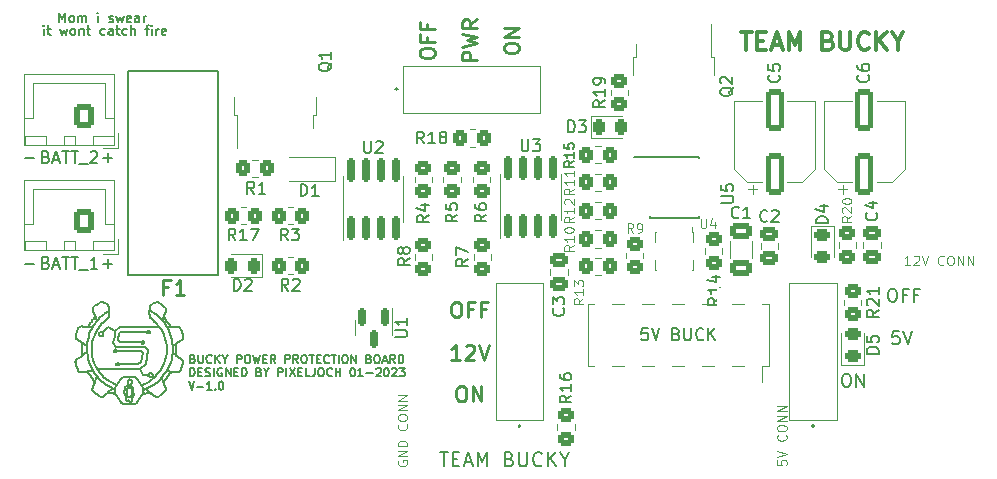
<source format=gto>
G04 #@! TF.GenerationSoftware,KiCad,Pcbnew,6.0.2-378541a8eb~116~ubuntu20.04.1*
G04 #@! TF.CreationDate,2023-01-27T16:36:07+01:00*
G04 #@! TF.ProjectId,BUCKY_POWER,4255434b-595f-4504-9f57-45522e6b6963,rev?*
G04 #@! TF.SameCoordinates,Original*
G04 #@! TF.FileFunction,Legend,Top*
G04 #@! TF.FilePolarity,Positive*
%FSLAX46Y46*%
G04 Gerber Fmt 4.6, Leading zero omitted, Abs format (unit mm)*
G04 Created by KiCad (PCBNEW 6.0.2-378541a8eb~116~ubuntu20.04.1) date 2023-01-27 16:36:07*
%MOMM*%
%LPD*%
G01*
G04 APERTURE LIST*
G04 Aperture macros list*
%AMRoundRect*
0 Rectangle with rounded corners*
0 $1 Rounding radius*
0 $2 $3 $4 $5 $6 $7 $8 $9 X,Y pos of 4 corners*
0 Add a 4 corners polygon primitive as box body*
4,1,4,$2,$3,$4,$5,$6,$7,$8,$9,$2,$3,0*
0 Add four circle primitives for the rounded corners*
1,1,$1+$1,$2,$3*
1,1,$1+$1,$4,$5*
1,1,$1+$1,$6,$7*
1,1,$1+$1,$8,$9*
0 Add four rect primitives between the rounded corners*
20,1,$1+$1,$2,$3,$4,$5,0*
20,1,$1+$1,$4,$5,$6,$7,0*
20,1,$1+$1,$6,$7,$8,$9,0*
20,1,$1+$1,$8,$9,$2,$3,0*%
G04 Aperture macros list end*
%ADD10C,0.150000*%
%ADD11C,0.254000*%
%ADD12C,0.200000*%
%ADD13C,0.300000*%
%ADD14C,0.130000*%
%ADD15C,0.120000*%
%ADD16C,0.100000*%
%ADD17RoundRect,0.150000X-0.150000X0.587500X-0.150000X-0.587500X0.150000X-0.587500X0.150000X0.587500X0*%
%ADD18RoundRect,0.250000X-0.450000X0.350000X-0.450000X-0.350000X0.450000X-0.350000X0.450000X0.350000X0*%
%ADD19RoundRect,0.250000X0.350000X0.450000X-0.350000X0.450000X-0.350000X-0.450000X0.350000X-0.450000X0*%
%ADD20R,1.000000X3.000000*%
%ADD21R,1.200000X2.200000*%
%ADD22R,5.800000X6.400000*%
%ADD23RoundRect,0.243750X0.243750X0.456250X-0.243750X0.456250X-0.243750X-0.456250X0.243750X-0.456250X0*%
%ADD24RoundRect,0.243750X-0.243750X-0.456250X0.243750X-0.456250X0.243750X0.456250X-0.243750X0.456250X0*%
%ADD25RoundRect,0.250000X-0.350000X-0.450000X0.350000X-0.450000X0.350000X0.450000X-0.350000X0.450000X0*%
%ADD26RoundRect,0.243750X-0.456250X0.243750X-0.456250X-0.243750X0.456250X-0.243750X0.456250X0.243750X0*%
%ADD27R,0.900000X1.200000*%
%ADD28RoundRect,0.250000X0.450000X-0.350000X0.450000X0.350000X-0.450000X0.350000X-0.450000X-0.350000X0*%
%ADD29RoundRect,0.250000X-0.650000X0.412500X-0.650000X-0.412500X0.650000X-0.412500X0.650000X0.412500X0*%
%ADD30RoundRect,0.150000X0.150000X-0.825000X0.150000X0.825000X-0.150000X0.825000X-0.150000X-0.825000X0*%
%ADD31C,1.500000*%
%ADD32R,0.280000X0.850000*%
%ADD33R,0.700000X0.280000*%
%ADD34R,2.400000X1.650000*%
%ADD35R,1.310000X0.450000*%
%ADD36R,2.650000X4.000000*%
%ADD37RoundRect,0.250000X-0.475000X0.337500X-0.475000X-0.337500X0.475000X-0.337500X0.475000X0.337500X0*%
%ADD38RoundRect,0.250000X0.550000X-1.500000X0.550000X1.500000X-0.550000X1.500000X-0.550000X-1.500000X0*%
%ADD39RoundRect,0.243750X0.456250X-0.243750X0.456250X0.243750X-0.456250X0.243750X-0.456250X-0.243750X0*%
%ADD40RoundRect,0.250000X0.600000X0.750000X-0.600000X0.750000X-0.600000X-0.750000X0.600000X-0.750000X0*%
%ADD41O,1.700000X2.000000*%
%ADD42C,3.784600*%
%ADD43C,3.000000*%
%ADD44R,1.700000X1.700000*%
%ADD45O,1.700000X1.700000*%
G04 APERTURE END LIST*
D10*
X40900053Y-107562260D02*
X40941840Y-107521976D01*
X47552988Y-109018694D02*
X47476578Y-109069976D01*
X39756153Y-111971639D02*
X39807075Y-112043162D01*
X43695066Y-114356990D02*
X43748832Y-114334625D01*
X39995940Y-107372936D02*
X39950544Y-107432813D01*
X42994344Y-113879099D02*
X42998493Y-113879099D01*
X38575443Y-111019052D02*
X38608743Y-111153170D01*
X47010378Y-107931503D02*
X47107848Y-107922125D01*
X44471244Y-113575736D02*
X44400000Y-113600000D01*
X41936565Y-109841645D02*
X41947419Y-109842770D01*
X46652808Y-107918111D02*
X46670358Y-107926562D01*
X45988608Y-106124906D02*
X46094448Y-106213826D01*
X42760542Y-113587265D02*
X42744378Y-113579345D01*
X46035948Y-112599362D02*
X46034688Y-112608785D01*
X40741500Y-108730127D02*
X40723293Y-108728327D01*
X41247750Y-107234606D02*
X41279394Y-107206346D01*
X46057998Y-112773233D02*
X46092198Y-112862396D01*
X39220752Y-111744434D02*
X39319338Y-111734327D01*
X41418012Y-106302566D02*
X41397069Y-106243256D01*
X46528608Y-107777198D02*
X46579728Y-107842826D01*
X42989844Y-112440089D02*
X42979980Y-112470995D01*
X47118288Y-109321094D02*
X47109018Y-109338284D01*
X42761280Y-113590820D02*
X42760542Y-113587265D01*
X42034278Y-110007578D02*
X42006882Y-110040473D01*
X38813718Y-108009812D02*
X38748342Y-108124850D01*
X45409125Y-113863961D02*
X45391116Y-113862989D01*
X41823876Y-109953560D02*
X41825001Y-109942769D01*
X44400000Y-113600000D02*
X44350437Y-113617289D01*
X40173195Y-106902776D02*
X40194732Y-106988096D01*
X43297752Y-113120075D02*
X43297266Y-113117627D01*
X39414738Y-111729296D02*
X39502488Y-111735245D01*
X39608301Y-111783350D02*
X39651465Y-111833147D01*
X43467429Y-113530475D02*
X43494294Y-113555225D01*
X47656758Y-110830763D02*
X47663238Y-110917334D01*
X38656839Y-108372998D02*
X38646831Y-108402977D01*
X43316553Y-113218157D02*
X43303125Y-113144438D01*
X46213248Y-113283686D02*
X46205958Y-113310452D01*
X44238531Y-109135208D02*
X44271876Y-109129736D01*
X41920995Y-113629538D02*
X41956302Y-113640032D01*
X42672117Y-113520359D02*
X42689406Y-113440385D01*
X46584588Y-108507611D02*
X46663698Y-108749315D01*
X42071529Y-110979587D02*
X42104874Y-110974124D01*
X41363130Y-113473775D02*
X41382381Y-113470310D01*
X40098828Y-106722956D02*
X40138914Y-106813586D01*
X42958056Y-113152097D02*
X42937743Y-113227049D01*
X44748390Y-112571633D02*
X45059619Y-112353608D01*
X42820365Y-112896434D02*
X42848391Y-112895111D01*
X44281200Y-113638673D02*
X44226705Y-113654990D01*
X43413663Y-113334419D02*
X43424949Y-113412215D01*
X40817325Y-106975406D02*
X41009178Y-106828796D01*
X40002537Y-113290040D02*
X40047555Y-113364362D01*
X38748342Y-108124850D02*
X38696439Y-108252920D01*
X42017916Y-111157121D02*
X41997657Y-111119384D01*
X41935791Y-110066258D02*
X41925000Y-110065187D01*
X41996289Y-112812545D02*
X41751561Y-112707326D01*
X43151466Y-112842677D02*
X43216401Y-112816064D01*
X39009819Y-109192826D02*
X39077337Y-109249220D01*
X38567964Y-110800928D02*
X38560692Y-110887499D01*
X42929157Y-113871773D02*
X42929643Y-113874365D01*
X44794830Y-113051126D02*
X44533974Y-113170799D01*
X41191842Y-107285816D02*
X41247750Y-107234606D01*
X39821925Y-107610887D02*
X39770454Y-107682221D01*
X43005765Y-113032469D02*
X43015863Y-113038184D01*
X46796268Y-110083502D02*
X46759728Y-110379296D01*
X44973525Y-113555558D02*
X44899365Y-113508245D01*
X46231518Y-110455319D02*
X46276158Y-110153270D01*
X40683738Y-113829482D02*
X40768014Y-113850200D01*
X44994189Y-113571434D02*
X44499117Y-113179484D01*
X41870649Y-113220164D02*
X41890764Y-113315285D01*
X44304438Y-109348823D02*
X44271093Y-109354349D01*
X43065678Y-113881349D02*
X43112064Y-113886371D01*
X42379689Y-114326858D02*
X42394341Y-114326858D01*
X39122166Y-110337698D02*
X39112788Y-110354834D01*
X39543555Y-109861427D02*
X39543555Y-109789265D01*
X39890766Y-112164500D02*
X39890766Y-112164500D01*
X43807566Y-112303712D02*
X43792869Y-112303712D01*
X42996576Y-114106007D02*
X42999852Y-114130865D01*
X47622468Y-108522749D02*
X47655768Y-108656939D01*
X42047418Y-109965188D02*
X42047418Y-109965188D01*
X38949168Y-111747071D02*
X39031302Y-111756638D01*
X47187138Y-111783395D02*
X47095158Y-111779984D01*
X41865474Y-109867385D02*
X41903220Y-109847126D01*
X39142137Y-110060165D02*
X39140967Y-110150687D01*
X43303215Y-113692970D02*
X43333302Y-113628764D01*
X42006882Y-110040473D02*
X41969145Y-110060732D01*
X47583948Y-108402401D02*
X47594118Y-108432272D01*
X44707224Y-108482663D02*
X44675625Y-108470648D01*
X40048293Y-107302376D02*
X39995940Y-107372936D01*
X47670438Y-108788420D02*
X47663238Y-108874946D01*
X42665916Y-113549762D02*
X42666402Y-113547026D01*
X43251024Y-113114396D02*
X43239504Y-113116412D01*
X43382127Y-113013965D02*
X43393404Y-113091752D01*
X40644732Y-111834173D02*
X40456686Y-111576512D01*
X47107848Y-107922125D02*
X47199828Y-107919290D01*
X42805074Y-112908395D02*
X42806154Y-112904588D01*
X40176075Y-108632657D02*
X40307862Y-108351272D01*
X38759619Y-109041311D02*
X38843994Y-109091009D01*
X41345067Y-107141006D02*
X41379825Y-107081876D01*
X43403565Y-113213090D02*
X43407381Y-113270357D01*
X41903220Y-109847126D02*
X41936565Y-109841645D01*
X46911828Y-107941601D02*
X47010378Y-107931503D01*
X39140274Y-109415963D02*
X39143019Y-109499078D01*
X47269308Y-111774359D02*
X47187138Y-111783395D01*
X42215718Y-111097658D02*
X42215718Y-111097658D01*
X47153748Y-110426762D02*
X47221248Y-110483147D01*
X38666163Y-108342821D02*
X38656839Y-108372998D01*
X46324848Y-112185983D02*
X46324848Y-112185983D01*
X46644168Y-107913962D02*
X46652808Y-107918111D01*
X41304981Y-107184566D02*
X41345067Y-107141006D01*
X44782869Y-108274457D02*
X44815818Y-108301862D01*
X40047555Y-113364362D02*
X40136763Y-113462111D01*
X42136176Y-109022213D02*
X42294576Y-109214552D01*
X39939402Y-109827101D02*
X39954981Y-109522712D01*
X41650680Y-113538377D02*
X41733489Y-113566214D01*
X43238424Y-113881835D02*
X43242087Y-113859038D01*
X42983886Y-112828124D02*
X42986127Y-112828124D01*
X39902781Y-112180124D02*
X39934569Y-112221974D01*
X46054938Y-107007356D02*
X46050078Y-107067116D01*
X40861965Y-112076174D02*
X40804743Y-112018547D01*
X43004928Y-112916207D02*
X43005765Y-112923002D01*
X40794429Y-105810536D02*
X40709865Y-105830426D01*
X41391705Y-113468600D02*
X41421477Y-113473235D01*
X47334738Y-107946821D02*
X47349858Y-107956739D01*
X44157513Y-112849760D02*
X44418405Y-112745945D01*
X45185457Y-107421716D02*
X45119190Y-107358446D01*
X41853315Y-113608298D02*
X41871774Y-113614985D01*
X45369192Y-107599799D02*
X45368067Y-107599178D01*
X40119186Y-112842722D02*
X40078515Y-112933109D01*
X42974562Y-112508984D02*
X42972951Y-112543022D01*
X41993319Y-111075248D02*
X41994381Y-111064403D01*
X41992194Y-111086039D02*
X41993319Y-111075248D01*
X44825439Y-106866506D02*
X44822955Y-106780106D01*
X39930276Y-108090569D02*
X40044882Y-107879348D01*
X42910590Y-113770460D02*
X42922650Y-113846924D01*
X41217915Y-113554937D02*
X41717136Y-113133251D01*
X43193262Y-114229883D02*
X43178025Y-114207221D01*
X42933252Y-114181985D02*
X42916557Y-114174461D01*
X44468751Y-109596674D02*
X44716656Y-109897661D01*
X42202587Y-111140039D02*
X42175191Y-111172952D01*
X38870454Y-107943995D02*
X38813718Y-108009812D01*
X43248981Y-113829095D02*
X43273092Y-113757176D01*
X46101018Y-107179616D02*
X46147278Y-107248736D01*
X41956302Y-113640032D02*
X41975337Y-113645648D01*
X43449564Y-113515571D02*
X43467429Y-113530475D01*
X42232953Y-108473240D02*
X42136176Y-109022213D01*
X43000338Y-113030174D02*
X43005765Y-113032469D01*
X43159080Y-113891411D02*
X43211082Y-113893697D01*
X41838042Y-109900334D02*
X41865474Y-109867385D01*
X43209228Y-112980476D02*
X43206150Y-112952738D01*
X44958000Y-107209046D02*
X44943213Y-107196266D01*
X47653248Y-108900875D02*
X47646768Y-108917669D01*
X45715224Y-112387799D02*
X45505569Y-112579346D01*
X40025190Y-106365566D02*
X40017918Y-106392296D01*
X40651752Y-108706196D02*
X40596195Y-108660008D01*
X45120756Y-113682863D02*
X45047370Y-113616164D01*
X46631388Y-111785060D02*
X46609878Y-111806246D01*
X42093318Y-111197657D02*
X42082464Y-111196532D01*
X45070068Y-111876509D02*
X45104925Y-111941363D01*
X46657578Y-111772613D02*
X46640028Y-111781010D01*
X42033792Y-110999846D02*
X42071529Y-110979587D01*
X44638869Y-108345026D02*
X42383793Y-108345026D01*
X43468707Y-113777003D02*
X43441599Y-113837933D01*
X42763863Y-113096927D02*
X42782025Y-113013821D01*
X39999657Y-109220645D02*
X40073340Y-108923240D01*
X45337890Y-113846051D02*
X45266070Y-113805074D01*
X39024570Y-109203707D02*
X39549513Y-109566011D01*
X39543555Y-109789265D02*
X39543555Y-109723583D01*
X40637406Y-107134166D02*
X40817325Y-106975406D01*
X41860641Y-113427785D02*
X42379689Y-114326858D01*
X41346039Y-106159196D02*
X41273337Y-106075136D01*
X44369580Y-109295651D02*
X44342193Y-109328564D01*
X47088048Y-110176895D02*
X47090838Y-110260010D01*
X44943213Y-107196266D02*
X44903469Y-107152526D01*
X47099478Y-109376408D02*
X47093448Y-109442090D01*
X39979641Y-112282220D02*
X40031544Y-112353221D01*
X44658543Y-108285986D02*
X44696289Y-108265727D01*
X41127879Y-107345486D02*
X41191842Y-107285816D01*
X47429148Y-108038135D02*
X47493318Y-108153758D01*
X40394829Y-106013126D02*
X40369530Y-106032026D01*
X42972951Y-112579490D02*
X42979980Y-112654838D01*
X41089989Y-105924926D02*
X40992969Y-105867776D01*
X47373078Y-107971922D02*
X47429148Y-108038135D01*
X39331974Y-107916797D02*
X39233442Y-107906015D01*
X39621342Y-107869673D02*
X39599805Y-107890877D01*
X44135454Y-110880965D02*
X43893750Y-111086426D01*
X43050090Y-113048732D02*
X43095162Y-113050244D01*
X46566318Y-111855809D02*
X46514928Y-111921149D01*
X44342193Y-109328564D02*
X44304438Y-109348823D01*
X43172265Y-114178322D02*
X43169475Y-114183551D01*
X46248618Y-111723923D02*
X46087698Y-111959084D01*
X40705032Y-108726464D02*
X40651752Y-108706196D01*
X47646768Y-108917669D02*
X47614188Y-108963038D01*
X39995454Y-110433890D02*
X39952875Y-110131589D01*
X47391888Y-109119089D02*
X47305848Y-109168265D01*
X45104925Y-111941363D02*
X45114303Y-111998684D01*
X45345549Y-107576858D02*
X45304005Y-107536277D01*
X44902101Y-112189115D02*
X44883489Y-112187207D01*
X44217867Y-109340138D02*
X44184918Y-109312751D01*
X44331843Y-113623922D02*
X44318217Y-113627837D01*
X40369530Y-106032026D02*
X40343799Y-106050296D01*
X47089308Y-109703711D02*
X47090388Y-109778960D01*
X44840478Y-108383789D02*
X44840478Y-108383789D01*
X44533974Y-113170799D02*
X44331492Y-113248001D01*
X46726248Y-108998201D02*
X46771608Y-109253513D01*
X44619141Y-108350534D02*
X44631156Y-108318944D01*
X40038870Y-113022659D02*
X40007181Y-113109032D01*
X39136026Y-107895953D02*
X39044037Y-107892524D01*
X47105688Y-110363861D02*
X47114958Y-110381051D01*
X43228416Y-113893697D02*
X43230900Y-113893697D01*
X40070901Y-106291676D02*
X40025190Y-106365566D01*
X40181637Y-107103566D02*
X40147599Y-107159996D01*
X40456686Y-111576512D02*
X40297701Y-111305369D01*
X43348827Y-112554398D02*
X43348827Y-112533545D01*
X43495014Y-113701862D02*
X43468707Y-113777003D01*
X40541349Y-112299950D02*
X40363086Y-112096721D01*
X40031544Y-112353221D02*
X40083843Y-112427147D01*
X44513526Y-111049607D02*
X44006394Y-111480761D01*
X46340418Y-107511419D02*
X46340418Y-107511473D01*
X44622462Y-108405524D02*
X44616990Y-108372170D01*
X39116118Y-109294922D02*
X39125388Y-109312157D01*
X38646831Y-108402977D02*
X38618265Y-108493409D01*
X39131688Y-110299511D02*
X39126702Y-110329346D01*
X42805902Y-113806145D02*
X42784131Y-113700584D01*
X44834565Y-106333796D02*
X44834565Y-106333796D01*
X46115598Y-107625251D02*
X46254558Y-107831837D01*
X43325094Y-113286521D02*
X43316553Y-113218157D01*
X47655768Y-108656939D02*
X47670438Y-108788420D01*
X40181052Y-112608884D02*
X40176129Y-112668653D01*
X42977874Y-112828124D02*
X42983886Y-112828124D01*
X40596195Y-108660008D02*
X40562013Y-108596333D01*
X38616942Y-110712890D02*
X38584425Y-110758250D01*
X42046293Y-109975970D02*
X42034278Y-110007578D01*
X47281908Y-107928857D02*
X47334738Y-107946821D01*
X42910689Y-113364902D02*
X42894912Y-113441357D01*
X46067268Y-107122916D02*
X46101018Y-107179616D01*
X42916557Y-114174461D02*
X42898629Y-114171050D01*
X40315044Y-107485733D02*
X40469880Y-107304446D01*
X44730282Y-111978758D02*
X44732127Y-111960164D01*
X41829339Y-109986914D02*
X41823876Y-109953560D01*
X47349858Y-107956739D02*
X47373078Y-107971922D01*
X38683542Y-108989552D02*
X38759619Y-109041311D01*
X40922364Y-108485165D02*
X40931589Y-108541415D01*
X42878415Y-112898585D02*
X42894525Y-112901069D01*
X42894525Y-112901069D02*
X42899952Y-112901069D01*
X40184814Y-106941566D02*
X40352880Y-107439014D01*
X43358637Y-114006638D02*
X43331439Y-114081833D01*
X45368067Y-107599178D02*
X45362505Y-107593508D01*
X45759180Y-113717819D02*
X45641892Y-113790962D01*
X43695066Y-112273535D02*
X43648779Y-112238138D01*
X44177052Y-113670164D02*
X44160537Y-113675339D01*
X41139156Y-112324709D02*
X40927440Y-112142090D01*
X47109018Y-109338284D02*
X47104428Y-109346636D01*
X43297266Y-113117627D02*
X43288527Y-113111777D01*
X43005819Y-114194432D02*
X42999807Y-114197024D01*
X42995361Y-113081636D02*
X42982950Y-113094974D01*
X43352490Y-113455757D02*
X43347063Y-113430863D01*
X41938329Y-108288524D02*
X41864889Y-108704990D01*
X41401902Y-107011316D02*
X41415042Y-106943546D01*
X44721291Y-113498777D02*
X44641218Y-113521385D01*
X39112788Y-110354834D02*
X39073674Y-110400248D01*
X40552779Y-108540083D02*
X40554642Y-108521876D01*
X45000057Y-107246756D02*
X44968656Y-107218316D01*
X42689406Y-113440385D02*
X42707568Y-113356397D01*
X40819827Y-107641550D02*
X40877445Y-107584373D01*
X44104980Y-109953965D02*
X44264694Y-110147897D01*
X39143019Y-109499078D02*
X39143604Y-109589546D01*
X40554642Y-108521876D02*
X40556442Y-108503615D01*
X40589301Y-105885056D02*
X40472013Y-105958136D01*
X43386276Y-113945699D02*
X43358637Y-114006638D01*
X40196631Y-107067206D02*
X40195317Y-107076566D01*
X47337348Y-111747026D02*
X47322228Y-111756782D01*
X42048489Y-109954352D02*
X42047418Y-109965188D01*
X45435450Y-105827186D02*
X45463125Y-105825836D01*
X39918549Y-107474411D02*
X39906444Y-107489990D01*
X42923190Y-113295647D02*
X42910689Y-113364902D01*
X39599805Y-107890877D02*
X39591219Y-107894972D01*
X39865278Y-107549408D02*
X39821925Y-107610887D01*
X42982950Y-113094974D02*
X42971880Y-113111669D01*
X40797750Y-108720947D02*
X40741500Y-108730127D01*
X42890817Y-114171050D02*
X42885354Y-114158198D01*
X42980025Y-114192920D02*
X42976614Y-114192920D01*
X46235658Y-109242038D02*
X46164018Y-108944138D01*
X39049950Y-111756890D02*
X40048878Y-111645515D01*
X44822955Y-106780106D02*
X44823036Y-106681916D01*
X46183548Y-106311656D02*
X46228638Y-106385906D01*
X43052925Y-112385009D02*
X43025628Y-112397510D01*
X44418405Y-112745945D02*
X44748390Y-112571633D01*
X43319244Y-112896677D02*
X43336920Y-112896974D01*
X42990429Y-114194774D02*
X42980025Y-114192920D01*
X43356207Y-113472848D02*
X43353318Y-113460014D01*
X47646948Y-110804888D02*
X47656758Y-110830763D01*
X41874267Y-113615723D02*
X41874267Y-113615723D01*
X40139940Y-112792484D02*
X40377594Y-112114397D01*
X43299030Y-112897460D02*
X43305024Y-112897460D01*
X46087698Y-111959084D02*
X45909588Y-112180664D01*
X47087508Y-110086427D02*
X47088048Y-110176895D01*
X42294576Y-109214552D02*
X44183100Y-109214552D01*
X44740479Y-108261371D02*
X44751261Y-108262451D01*
X44922018Y-111805022D02*
X44940630Y-111806939D01*
X39990378Y-113189987D02*
X39990765Y-113245796D01*
X41992815Y-109596674D02*
X44468751Y-109596674D01*
X41415042Y-106943546D02*
X41418705Y-106920776D01*
X45667326Y-105902246D02*
X45784128Y-105976316D01*
X40901412Y-105828626D02*
X40842138Y-105813146D01*
X46182918Y-112373633D02*
X46130268Y-112447172D01*
X40795707Y-113848877D02*
X40813662Y-113847995D01*
X43023045Y-113076272D02*
X43005765Y-113076272D01*
X46808778Y-109781048D02*
X46808778Y-109856639D01*
X44827977Y-106486616D02*
X44831055Y-106407776D01*
X40686564Y-108360551D02*
X40742814Y-108351326D01*
X44828904Y-106915556D02*
X44825439Y-106866506D01*
X41864889Y-108704990D02*
X41757951Y-109311473D01*
X47360658Y-111731933D02*
X47337348Y-111747026D01*
X45266070Y-113805074D02*
X45193656Y-113748239D01*
X42922650Y-113846924D02*
X42929157Y-113871773D01*
X39140769Y-109896977D02*
X39141786Y-109972208D01*
X44350437Y-113617289D02*
X44331843Y-113623922D01*
X45248826Y-107482763D02*
X45185457Y-107421716D01*
X40723293Y-108728327D02*
X40705032Y-108726464D01*
X44836275Y-106313546D02*
X44857569Y-106254416D01*
X42971880Y-113111669D02*
X42966399Y-113123234D01*
X40297701Y-111305369D02*
X40167867Y-111023048D01*
X46228638Y-106385906D02*
X46235748Y-106412726D01*
X41185740Y-105995486D02*
X41089989Y-105924926D01*
X41372850Y-106602266D02*
X41427543Y-106574006D01*
X42909519Y-113698874D02*
X42910590Y-113770460D01*
X46728588Y-107940773D02*
X46816428Y-107946632D01*
X46351398Y-107527790D02*
X46381098Y-107571098D01*
X46808778Y-109856639D02*
X46796268Y-110083502D01*
X42979980Y-112470995D02*
X42974562Y-112508984D01*
X47093448Y-109442090D02*
X47090118Y-109525250D01*
X44968656Y-107218316D02*
X44958000Y-107209046D01*
X40779291Y-108354989D02*
X40832616Y-108375248D01*
X42844782Y-113991752D02*
X42826269Y-113904245D01*
X43140225Y-113040137D02*
X43173876Y-113026862D01*
X39829782Y-108310700D02*
X39930276Y-108090569D01*
X42981978Y-113880521D02*
X42994344Y-113879099D01*
X40194732Y-106988096D02*
X40199214Y-107047856D01*
X39702486Y-111898775D02*
X39756153Y-111971639D01*
X44834862Y-106954526D02*
X44831388Y-106931756D01*
X43213665Y-112907090D02*
X43219236Y-112908395D01*
X46218738Y-113210498D02*
X46217928Y-113266307D01*
X43281102Y-112899170D02*
X43299030Y-112897460D01*
X42438378Y-112295900D02*
X42394341Y-112303712D01*
X42126519Y-110976320D02*
X42158100Y-110988290D01*
X40927926Y-108577883D02*
X40907667Y-108631199D01*
X47534808Y-111422999D02*
X47482878Y-111551123D01*
X38590527Y-108887888D02*
X38622756Y-108933500D01*
X43098006Y-114137696D02*
X43083786Y-114119921D01*
X43305024Y-114178322D02*
X43303314Y-114184226D01*
X42889017Y-113466701D02*
X42888090Y-113471237D01*
X44631156Y-108318944D02*
X44658543Y-108285986D01*
X40167867Y-111023048D02*
X40067139Y-110731835D01*
X43178025Y-114207221D02*
X43170807Y-114191210D01*
X41085201Y-113669669D02*
X41158974Y-113603510D01*
X43333644Y-113355560D02*
X43325094Y-113286521D01*
X40997415Y-107468903D02*
X41061225Y-107408306D01*
X44800338Y-106507496D02*
X44856336Y-106535486D01*
X43264407Y-112902923D02*
X43281102Y-112899170D01*
X44834565Y-106333796D02*
X44836275Y-106313546D01*
X39642141Y-110636426D02*
X39587943Y-110360738D01*
X45047370Y-113616164D02*
X44973525Y-113555558D01*
X41826081Y-109931933D02*
X41838042Y-109900334D01*
X39890766Y-112164500D02*
X39902781Y-112180124D01*
X45193656Y-113748239D02*
X45120756Y-113682863D01*
X39139113Y-109824761D02*
X39139599Y-109844489D01*
X40822167Y-105812066D02*
X40794429Y-105810536D01*
X46409358Y-112065032D02*
X46365978Y-112126511D01*
X42115719Y-110975249D02*
X42126519Y-110976320D01*
X43184613Y-113021534D02*
X43190580Y-113019050D01*
X39129879Y-109320509D02*
X39134667Y-109350335D01*
X38696439Y-108252920D02*
X38666163Y-108342821D01*
X44641218Y-113521385D02*
X44554737Y-113548286D01*
X45909588Y-112180664D02*
X45715224Y-112387799D01*
X46340418Y-107511473D02*
X46351398Y-107527790D01*
X41989791Y-109855811D02*
X42022704Y-109883252D01*
X43004829Y-112747799D02*
X43052925Y-112816064D01*
X40154052Y-112753811D02*
X40119186Y-112842722D01*
X42492189Y-112273535D02*
X42438378Y-112295900D01*
X46276158Y-110153270D02*
X46291728Y-109848872D01*
X40073340Y-108923240D02*
X40176075Y-108632657D01*
X42999807Y-114197024D02*
X42990429Y-114194774D01*
X43053267Y-114092678D02*
X43033791Y-114087449D01*
X44909175Y-106170716D02*
X44982462Y-106087196D01*
X44825007Y-106581026D02*
X44827977Y-106486616D01*
X41421477Y-113473235D02*
X41485404Y-113488139D01*
X43052925Y-112816064D02*
X43110588Y-112842677D01*
X47305848Y-109168265D02*
X47225298Y-109219727D01*
X44226705Y-113654990D02*
X44177052Y-113670164D01*
X44815818Y-108301862D02*
X44836077Y-108339599D01*
X43009428Y-114090770D02*
X43005369Y-114092084D01*
X46164018Y-108944138D02*
X46063308Y-108652889D01*
X44249466Y-109352144D02*
X44217867Y-109340138D01*
X47614188Y-108963038D02*
X47552988Y-109018694D01*
X42666402Y-113547026D02*
X42672117Y-113520359D01*
X43009428Y-114181985D02*
X43008942Y-114185162D01*
X42394341Y-112303712D02*
X42379689Y-112303712D01*
X43399704Y-113155814D02*
X43403565Y-113213090D01*
X40053027Y-111652490D02*
X39922905Y-111413135D01*
X38678124Y-110657270D02*
X38616942Y-110712890D01*
X45304005Y-107536277D02*
X45248826Y-107482763D01*
X38754543Y-110605961D02*
X38678124Y-110657270D01*
X45963228Y-107429051D02*
X46115598Y-107625251D01*
X44728365Y-111997307D02*
X44730282Y-111978758D01*
X43336920Y-112896974D02*
X43353219Y-112902050D01*
X44006394Y-111480761D02*
X44271480Y-111998000D01*
X47574408Y-111302975D02*
X47564958Y-111333107D01*
X44799852Y-111849275D02*
X44864688Y-111814400D01*
X46899138Y-111759140D02*
X46803828Y-111753461D01*
X46324848Y-112185983D02*
X46324848Y-112185983D01*
X43424949Y-113412215D02*
X43438575Y-113486033D01*
X43305024Y-112897460D02*
X43308543Y-112897460D01*
X41419632Y-106322816D02*
X41419632Y-106322816D01*
X47417448Y-111666161D02*
X47360658Y-111731933D01*
X46640028Y-111781010D02*
X46631388Y-111785060D01*
X44271093Y-109354349D02*
X44260302Y-109353278D01*
X39005769Y-110456201D02*
X38925291Y-110507663D01*
X42888090Y-113471237D02*
X42888090Y-113497715D01*
X45411330Y-112034423D02*
X45572601Y-111851120D01*
X43132224Y-114170852D02*
X43113576Y-114155372D01*
X47322228Y-111756782D02*
X47269308Y-111774359D01*
X39770454Y-107682221D02*
X39716301Y-107754788D01*
X43209768Y-112909907D02*
X43211028Y-112906100D01*
X45119190Y-107358446D02*
X45055614Y-107298416D01*
X40163817Y-112553075D02*
X40177344Y-112580075D01*
X47301438Y-110535158D02*
X47387118Y-110584964D01*
X43129830Y-112842677D02*
X43151466Y-112842677D01*
X40768014Y-113850200D02*
X40795707Y-113848877D01*
X45887448Y-113625632D02*
X45861798Y-113644046D01*
X39143604Y-109589546D02*
X39142731Y-109677395D01*
X40369881Y-113644622D02*
X40447065Y-113699765D01*
X42104874Y-110974124D02*
X42115719Y-110975249D01*
X40709865Y-105830426D02*
X40589301Y-105885056D01*
X43520313Y-113605427D02*
X43520313Y-113605427D01*
X43205466Y-113004047D02*
X43209228Y-112980476D01*
X42082464Y-111196532D02*
X42050874Y-111184526D01*
X43129830Y-112375586D02*
X43129830Y-112375586D01*
X46365978Y-112126511D02*
X46336008Y-112169675D01*
X39922905Y-111413135D02*
X39810504Y-111163475D01*
X47089848Y-109923437D02*
X47088318Y-109998587D01*
X44326650Y-113427785D02*
X44316606Y-113410352D01*
X41925000Y-110065187D02*
X41914155Y-110064062D01*
X39044037Y-107892524D02*
X38961867Y-107901560D01*
X46130268Y-112447172D02*
X46083558Y-112515959D01*
X42215718Y-111097658D02*
X42214602Y-111108449D01*
X43303125Y-113144438D02*
X43297752Y-113120075D01*
X46240788Y-106485896D02*
X46223958Y-106566896D01*
X43242087Y-113859038D02*
X43243014Y-113853557D01*
X41009178Y-106828796D02*
X41212695Y-106694786D01*
X43612689Y-112191212D02*
X42574566Y-112191212D01*
X43521627Y-113600045D02*
X43520313Y-113605427D01*
X40761075Y-108353171D02*
X40779291Y-108354989D01*
X41427444Y-106570136D02*
X41425140Y-106475636D01*
X39578367Y-111757961D02*
X39586917Y-111762065D01*
X46291728Y-109848872D02*
X46278228Y-109544384D01*
X44899365Y-113508245D02*
X44844042Y-113485115D01*
X42999852Y-114130865D02*
X43007862Y-114158450D01*
X45044382Y-112912013D02*
X44794830Y-113051126D01*
X46799328Y-109514702D02*
X46808778Y-109714448D01*
X43169475Y-114183551D02*
X43158594Y-114183146D01*
X47276958Y-110520209D02*
X46808688Y-110175590D01*
X43393404Y-113091752D02*
X43399704Y-113155814D01*
X44326650Y-113202785D02*
X43807566Y-112303712D01*
X43295016Y-114201074D02*
X43277187Y-114226220D01*
X43010940Y-114176657D02*
X43009428Y-114181985D01*
X40083843Y-112427147D02*
X40130076Y-112496339D01*
X44982462Y-106087196D02*
X45070599Y-106008176D01*
X39591219Y-107894972D02*
X39573525Y-107903324D01*
X47594118Y-108432272D02*
X47622468Y-108522749D01*
X43007079Y-112930472D02*
X43002687Y-112954448D01*
X42784131Y-113700584D02*
X42766995Y-113618207D01*
X45923268Y-111324710D02*
X46055118Y-111043307D01*
X45505569Y-112579346D02*
X45281595Y-112754396D01*
X41233206Y-113543363D02*
X41307663Y-113496536D01*
X39810504Y-111163475D02*
X39716607Y-110904302D01*
X38686818Y-111393650D02*
X38737794Y-111522125D01*
X43227543Y-112908395D02*
X43247019Y-112906685D01*
X42735738Y-113226320D02*
X42748977Y-113165282D01*
X43083786Y-114119921D02*
X43069377Y-114104198D01*
X42950631Y-114189500D02*
X42933252Y-114181985D01*
X47092008Y-109851275D02*
X47092008Y-109851275D01*
X38584425Y-110758250D02*
X38577981Y-110775044D01*
X43110588Y-112842677D02*
X43129830Y-112842677D01*
X44831388Y-106931756D02*
X44828904Y-106915556D01*
X41882565Y-110052047D02*
X41849607Y-110024660D01*
X43362300Y-112911815D02*
X43363425Y-112915676D01*
X42024117Y-109953965D02*
X44104980Y-109953965D01*
X39141219Y-109752536D02*
X39139743Y-109805024D01*
X45353757Y-112091645D02*
X45411330Y-112034423D01*
X39137745Y-110233838D02*
X39131688Y-110299511D01*
X39576270Y-109269920D02*
X39616707Y-109019387D01*
X47640558Y-110788040D02*
X47646948Y-110804888D01*
X40130076Y-112496339D02*
X40163817Y-112553075D01*
X43514994Y-113581352D02*
X43521627Y-113600045D01*
X44883489Y-112187207D02*
X44829201Y-112166552D01*
X43494294Y-113555225D02*
X43514994Y-113581352D01*
X40307862Y-108351272D02*
X40468701Y-108081245D01*
X42943269Y-112864601D02*
X42959964Y-112839500D01*
X42861027Y-114065390D02*
X42844782Y-113991752D01*
X39319338Y-111734327D02*
X39414738Y-111729296D01*
X44184918Y-109312751D02*
X44164650Y-109274996D01*
X46132338Y-112953026D02*
X46171308Y-113042819D01*
X46280748Y-112243115D02*
X46235298Y-112303028D01*
X43333302Y-113628764D02*
X43357413Y-113556890D01*
X42899952Y-112901069D02*
X42906387Y-112901069D01*
X47471538Y-110634671D02*
X47547588Y-110686421D01*
X44823036Y-106681916D02*
X44825007Y-106581026D01*
X46152678Y-106742846D02*
X46111908Y-106833206D01*
X44857569Y-106254416D02*
X44909175Y-106170716D01*
X46663698Y-108749315D02*
X46726248Y-108998201D01*
X43514841Y-113629682D02*
X43495014Y-113701862D01*
X43620015Y-114426614D02*
X43648779Y-114392387D01*
X44903469Y-107152526D02*
X44869089Y-107093126D01*
X41958201Y-109843850D02*
X41989791Y-109855811D01*
X44318217Y-113627837D02*
X44281200Y-113638673D01*
X42211326Y-111053459D02*
X42216789Y-111086813D01*
X40173240Y-107677532D02*
X40315044Y-107485733D01*
X39716607Y-110904302D02*
X39642141Y-110636426D01*
X44732127Y-111960164D02*
X44752782Y-111905858D01*
X43520313Y-113605427D02*
X43514841Y-113629682D01*
X45836508Y-113662883D02*
X45759180Y-113717819D01*
X43075056Y-113082527D02*
X43023045Y-113076272D01*
X44827392Y-108426170D02*
X44800005Y-108459137D01*
X39743805Y-108539264D02*
X39829782Y-108310700D01*
X46083558Y-112515959D02*
X46049538Y-112572407D01*
X42137454Y-111193211D02*
X42104100Y-111198737D01*
X43170267Y-114175838D02*
X43172265Y-114178322D01*
X44959179Y-111808784D02*
X45013476Y-111829448D01*
X43285845Y-112747799D02*
X43332024Y-112654838D01*
X40888182Y-108421490D02*
X40922364Y-108485165D01*
X42972951Y-112554398D02*
X42972951Y-112579490D01*
X43243014Y-113853557D02*
X43248981Y-113829095D01*
X46199568Y-107322716D02*
X46251498Y-107393726D01*
X38618265Y-108493409D02*
X38583975Y-108627302D01*
X47584308Y-111272996D02*
X47574408Y-111302975D01*
X47092008Y-109851275D02*
X47091288Y-109870949D01*
X45886728Y-106050116D02*
X45912558Y-106068386D01*
X46514928Y-111921149D02*
X46460748Y-111993752D01*
X43288527Y-113111777D02*
X43270806Y-113111372D01*
X44728851Y-108484859D02*
X44718069Y-108483788D01*
X40832616Y-108375248D02*
X40888182Y-108421490D01*
X41290140Y-107197166D02*
X41304981Y-107184566D01*
X44696289Y-108265727D02*
X44729643Y-108260246D01*
X46049538Y-112572407D02*
X46035948Y-112599362D01*
X44554737Y-113548286D02*
X44471244Y-113575736D01*
X44841549Y-108372944D02*
X44840478Y-108383789D01*
X44839407Y-108394589D02*
X44827392Y-108426170D01*
X40195317Y-107076566D02*
X40181637Y-107103566D01*
X42972951Y-112543022D02*
X42972951Y-112554398D01*
X39139113Y-109824761D02*
X39139113Y-109824761D01*
X46474968Y-107704352D02*
X46528608Y-107777198D01*
X43270806Y-113111372D02*
X43251024Y-113114396D01*
X43173876Y-113026862D02*
X43184613Y-113021534D01*
X44831055Y-106407776D02*
X44833539Y-106353776D01*
X42538431Y-114392387D02*
X42567186Y-114426614D01*
X40178568Y-112589552D02*
X40181052Y-112608884D01*
X42214602Y-111108449D02*
X42202587Y-111140039D01*
X39134667Y-109350335D02*
X39140274Y-109415963D01*
X46157808Y-110752733D02*
X46231518Y-110455319D01*
X43230900Y-113893697D02*
X43238424Y-113881835D01*
X41733489Y-113566214D02*
X41804157Y-113590775D01*
X44160303Y-109230860D02*
X44161374Y-109220024D01*
X42988332Y-113013290D02*
X43000338Y-113030174D01*
X44856336Y-106535486D02*
X45020649Y-106627376D01*
X39616707Y-109019387D02*
X39672651Y-108775640D01*
X40059768Y-106633136D02*
X40098828Y-106722956D01*
X40866987Y-113831444D02*
X40939068Y-113790926D01*
X42394341Y-114326858D02*
X42438378Y-114334625D01*
X39995400Y-113263238D02*
X40002537Y-113290040D01*
X47647218Y-111048635D02*
X47612928Y-111182573D01*
X46202448Y-113129444D02*
X46218738Y-113210498D01*
X42574566Y-112191212D02*
X42567240Y-112203911D01*
X39990765Y-113245796D02*
X39995400Y-113263238D01*
X43792869Y-114326858D02*
X43807566Y-114326858D01*
X41428182Y-106769216D02*
X41428713Y-106671026D01*
X40100979Y-107228846D02*
X40048293Y-107302376D01*
X46205958Y-113310452D02*
X46160238Y-113384270D01*
X47090118Y-109525250D02*
X47089038Y-109615826D01*
X43015863Y-113038184D02*
X43050090Y-113048732D01*
X42158100Y-110988290D02*
X42191067Y-111015722D01*
X42722463Y-113287502D02*
X42735738Y-113226320D01*
X46699878Y-110667485D02*
X46617888Y-110946971D01*
X43129830Y-112375586D02*
X43119237Y-112375586D01*
X43170807Y-114191210D02*
X43170015Y-114185648D01*
X41420451Y-106342796D02*
X41419632Y-106322816D01*
X42888090Y-113497715D02*
X42891753Y-113524175D01*
X44800005Y-108459137D02*
X44762205Y-108479396D01*
X46147278Y-107248736D02*
X46199568Y-107322716D01*
X40242576Y-113551076D02*
X40318653Y-113607659D01*
X40176129Y-112668653D02*
X40154052Y-112753811D01*
X42970116Y-114192920D02*
X42950631Y-114189500D01*
X40136763Y-113462111D02*
X40242576Y-113551076D01*
X45586380Y-107841746D02*
X45426369Y-107657372D01*
X42050874Y-111184526D02*
X42017916Y-111157121D01*
X47663238Y-110917334D02*
X47647218Y-111048635D01*
X40861479Y-108686774D02*
X40797750Y-108720947D01*
X45641892Y-113790962D02*
X45521337Y-113845610D01*
X41564892Y-113511089D02*
X41650680Y-113538377D01*
X46055118Y-111043307D02*
X46157808Y-110752733D01*
X43113576Y-114155372D02*
X43098006Y-114137696D01*
X43069377Y-114104198D02*
X43053267Y-114092678D01*
X45436818Y-113865473D02*
X45409125Y-113863961D01*
X39672651Y-108775640D02*
X39743805Y-108539264D01*
X41158938Y-112824020D02*
X40940139Y-112664450D01*
X39716301Y-107754788D02*
X39664794Y-107820110D01*
X43221090Y-112908395D02*
X43227543Y-112908395D01*
X39031302Y-111756638D02*
X39123237Y-111753857D01*
X41888478Y-113619926D02*
X41920995Y-113629538D01*
X41158974Y-113603510D02*
X41233206Y-113543363D01*
X44869089Y-107093126D02*
X44847507Y-107022386D01*
X44383791Y-109242434D02*
X44382720Y-109253270D01*
X47157438Y-109275635D02*
X47118288Y-109321094D01*
X46808778Y-109714448D02*
X46808778Y-109781048D01*
X45391116Y-113862989D02*
X45337890Y-113846051D01*
X42438378Y-114334625D02*
X42492189Y-114356990D01*
X44833539Y-106353776D02*
X44834565Y-106333796D01*
X47114958Y-110381051D02*
X47153748Y-110426762D01*
X44836077Y-108339599D02*
X44841549Y-108372944D01*
X39934569Y-112221974D02*
X39979641Y-112282220D01*
X42992094Y-112985939D02*
X42988332Y-113013290D01*
X43348827Y-112579490D02*
X43348827Y-112554398D01*
X47252208Y-109201565D02*
X46798968Y-109509032D01*
X39123237Y-111753857D02*
X39220752Y-111744434D01*
X47387118Y-110584964D02*
X47471538Y-110634671D01*
X39543555Y-109723583D02*
X39551754Y-109526708D01*
X39807075Y-112043162D02*
X39850050Y-112104839D01*
X42998493Y-113879099D02*
X43015278Y-113879099D01*
X43149315Y-114180077D02*
X43132224Y-114170852D01*
X46036488Y-112687886D02*
X46057998Y-112773233D01*
X45463125Y-105825836D02*
X45547419Y-105846446D01*
X43210542Y-114247712D02*
X43193262Y-114229883D01*
X41804157Y-113590775D02*
X41853315Y-113608298D01*
X47482878Y-111551123D02*
X47417448Y-111666161D01*
X41307663Y-113496536D02*
X41363130Y-113473775D01*
X40929780Y-108559676D02*
X40929780Y-108559676D01*
X39142731Y-109677395D02*
X39141219Y-109752536D01*
X47092008Y-109851221D02*
X47092008Y-109851275D01*
X43004829Y-112415726D02*
X42989844Y-112440089D01*
X46235298Y-112303028D02*
X46182918Y-112373633D01*
X45283980Y-112160936D02*
X45353757Y-112091645D01*
X41825001Y-109942769D02*
X41826081Y-109931933D01*
X46424028Y-107632811D02*
X46474968Y-107704352D01*
X41422557Y-106396796D02*
X41420451Y-106342796D01*
X44264694Y-110147897D02*
X44135454Y-110880965D01*
X41419632Y-106322816D02*
X41418012Y-106302566D01*
X40200051Y-111880613D02*
X40053027Y-111652490D01*
X45112449Y-112017287D02*
X45112449Y-112017287D01*
X39906444Y-107489990D02*
X39895266Y-107506244D01*
X38929737Y-109140824D02*
X39009819Y-109192826D01*
X43005765Y-112923002D02*
X43007079Y-112930472D01*
X39850050Y-112104839D02*
X39879687Y-112148147D01*
X41871774Y-113614985D02*
X41871774Y-113614985D01*
X46235748Y-106412726D02*
X46240338Y-106430096D01*
X47476578Y-109069976D02*
X47391888Y-109119089D01*
X43219236Y-112908395D02*
X43221090Y-112908395D01*
X43211082Y-113893697D02*
X43228416Y-113893697D01*
X39139599Y-109844489D02*
X39140769Y-109896977D01*
X39906444Y-107489990D02*
X39906444Y-107489990D01*
X40472013Y-105958136D02*
X40394829Y-106013126D01*
X45572601Y-111851120D02*
X45762456Y-111594728D01*
X43748832Y-114334625D02*
X43792869Y-114326858D01*
X43231845Y-114254984D02*
X43224753Y-114254984D01*
X44382720Y-109253270D02*
X44382720Y-109253270D01*
X46251498Y-107393726D02*
X46296588Y-107453963D01*
X38574363Y-108845111D02*
X38584182Y-108871094D01*
X44331843Y-113623922D02*
X44331843Y-113623922D01*
X42567186Y-114426614D02*
X42574566Y-114439358D01*
X46997778Y-111769922D02*
X46899138Y-111759140D01*
X44752782Y-111905858D02*
X44799852Y-111849275D01*
X45166845Y-105938246D02*
X45264252Y-105881816D01*
X42383793Y-108345026D02*
X42232953Y-108473240D01*
X45933438Y-108370559D02*
X45774462Y-108099461D01*
X44977980Y-112181582D02*
X44920650Y-112190960D01*
X47221248Y-110483147D02*
X47301438Y-110535158D01*
X47096418Y-110325638D02*
X47101188Y-110355473D01*
X42894912Y-113441357D02*
X42889017Y-113466701D01*
X44762205Y-108479396D02*
X44728851Y-108484859D01*
X43015278Y-113879099D02*
X43065678Y-113881349D01*
X40067139Y-110731835D02*
X39995454Y-110433890D01*
X45912558Y-106068386D02*
X45988608Y-106124906D01*
X47095158Y-111779984D02*
X46997778Y-111769922D01*
X40007181Y-113109032D02*
X39990378Y-113189987D01*
X42707568Y-113356397D02*
X42722463Y-113287502D01*
X42892680Y-113528765D02*
X42898575Y-113553128D01*
X40931589Y-108541415D02*
X40929780Y-108559676D01*
X44381595Y-109264061D02*
X44369580Y-109295651D01*
X46622838Y-107892623D02*
X46644168Y-107913962D01*
X42992913Y-112838825D02*
X42998925Y-112864601D01*
X42042963Y-109920998D02*
X42048489Y-109954352D01*
X46328358Y-107495750D02*
X46340418Y-107511419D01*
X44864688Y-111814400D02*
X44922018Y-111805022D01*
X47564958Y-111333107D02*
X47534808Y-111422999D01*
X38908893Y-107919182D02*
X38893800Y-107928965D01*
X38893800Y-107928965D02*
X38870454Y-107943995D01*
X44718069Y-108483788D02*
X44707224Y-108482663D01*
X42711078Y-113570264D02*
X42679155Y-113560499D01*
X40927440Y-112142090D02*
X40861965Y-112076174D01*
X42909132Y-113628026D02*
X42909519Y-113698874D01*
X42874707Y-114121919D02*
X42861027Y-114065390D01*
X46192278Y-106653296D02*
X46152678Y-106742846D01*
X43310793Y-114153995D02*
X43305024Y-114178322D01*
X41425095Y-106855526D02*
X41428182Y-106769216D01*
X46460748Y-111993752D02*
X46409358Y-112065032D01*
X46381098Y-107571098D02*
X46424028Y-107632811D01*
X43792869Y-112303712D02*
X43748832Y-112295900D01*
X45431337Y-106909616D02*
X45620454Y-107070536D01*
X47088318Y-109998587D02*
X47087508Y-110086427D01*
X38801955Y-111637748D02*
X38858007Y-111703997D01*
X42889017Y-113466701D02*
X42889017Y-113466701D01*
X40658538Y-107824844D02*
X40819827Y-107641550D01*
X40562013Y-108596333D02*
X40552779Y-108540083D01*
X43807566Y-114326858D02*
X44326650Y-113427785D01*
X46052598Y-107086556D02*
X46053768Y-107095916D01*
X43363425Y-112915676D02*
X43368555Y-112940138D01*
X39502488Y-111735245D02*
X39560745Y-111749465D01*
X43247019Y-112906685D02*
X43264407Y-112902923D01*
X38637102Y-111243647D02*
X38647263Y-111273590D01*
X46070148Y-113481101D02*
X45963678Y-113569283D01*
X43155417Y-114181985D02*
X43149315Y-114180077D01*
X43612689Y-112191212D02*
X43612689Y-112191212D01*
X45797952Y-107243966D02*
X45963228Y-107429051D01*
X42929643Y-113874365D02*
X42939453Y-113880611D01*
X42939453Y-113880611D02*
X42959712Y-113882276D01*
X41061225Y-107408306D02*
X41127879Y-107345486D01*
X41975337Y-113645648D02*
X41979153Y-113646827D01*
X45264252Y-105881816D02*
X45356052Y-105843296D01*
X43443705Y-113510549D02*
X43449564Y-113515571D01*
X43332024Y-112654838D02*
X43348827Y-112579490D01*
X41938329Y-108288524D02*
X41286225Y-107980715D01*
X44159178Y-109241651D02*
X44160303Y-109230860D01*
X43332024Y-112470995D02*
X43285845Y-112415726D01*
X47574408Y-108372260D02*
X47583948Y-108402401D01*
X46609878Y-111806246D02*
X46566318Y-111855809D01*
X38881254Y-111719234D02*
X38896293Y-111729098D01*
X44293503Y-109131932D02*
X44325093Y-109143902D01*
X44920650Y-112190960D02*
X44902101Y-112189115D01*
X43119237Y-112375586D02*
X43087449Y-112377890D01*
X43331439Y-114081833D02*
X43310793Y-114153995D01*
X40343799Y-106050296D02*
X40267479Y-106106726D01*
X41969145Y-110060732D02*
X41935791Y-110066258D01*
X43235688Y-113116412D02*
X43218840Y-113116412D01*
X43285845Y-112415726D02*
X43216401Y-112385009D01*
X42538431Y-112238138D02*
X42492189Y-112273535D01*
X46617888Y-110946971D02*
X46514658Y-111216899D01*
X44358006Y-109171334D02*
X44378265Y-109209089D01*
X39587943Y-110360738D02*
X39554778Y-110078075D01*
X43008942Y-114185162D02*
X43005819Y-114194432D01*
X43007862Y-114158450D02*
X43010940Y-114176657D01*
X44173344Y-109188425D02*
X44200776Y-109155476D01*
X45547419Y-105846446D02*
X45667326Y-105902246D01*
X43748832Y-112295900D02*
X43695066Y-112273535D01*
X46715988Y-111758789D02*
X46657578Y-111772613D01*
X38839251Y-110556839D02*
X38754543Y-110605961D01*
X44675625Y-108470648D02*
X44642730Y-108443261D01*
X41011869Y-113734577D02*
X41085201Y-113669669D01*
X45774462Y-108099461D02*
X45586380Y-107841746D01*
X43308543Y-112897460D02*
X43319244Y-112896677D01*
X43033791Y-114087449D02*
X43015224Y-114089015D01*
X43348827Y-112533545D02*
X43332024Y-112470995D01*
X46050078Y-107067116D02*
X46052598Y-107086556D01*
X44200776Y-109155476D02*
X44238531Y-109135208D01*
X46063308Y-108652889D02*
X45933438Y-108370559D01*
X38737794Y-111522125D02*
X38801955Y-111637748D01*
X43005765Y-113076272D02*
X43003128Y-113076272D01*
X40318653Y-113607659D02*
X40344474Y-113625920D01*
X39126702Y-110329346D02*
X39122166Y-110337698D01*
X47225298Y-109219727D02*
X47157438Y-109275635D01*
X46160238Y-113384270D02*
X46070148Y-113481101D01*
X44840478Y-108383789D02*
X44839407Y-108394589D01*
X39664794Y-107820110D02*
X39621342Y-107869673D01*
X42080025Y-112841363D02*
X41996289Y-112812545D01*
X42937743Y-113227049D02*
X42923190Y-113295647D01*
X38608743Y-111153170D02*
X38637102Y-111243647D01*
X46223958Y-106566896D02*
X46192278Y-106653296D01*
X47101188Y-110355473D02*
X47105688Y-110363861D01*
X42492189Y-114356990D02*
X42538431Y-114392387D01*
X44316606Y-113220164D02*
X44326650Y-113202785D01*
X45620454Y-107070536D02*
X45797952Y-107243966D01*
X43003128Y-113076272D02*
X42995361Y-113081636D01*
X43207419Y-112919726D02*
X43209768Y-112909907D01*
X46092198Y-112862396D02*
X46132338Y-112953026D01*
X42979980Y-112654838D02*
X43004829Y-112747799D01*
X45231204Y-106761656D02*
X45431337Y-106909616D01*
X41286225Y-107980715D02*
X40866987Y-108399998D01*
X46336008Y-112169675D02*
X46324848Y-112185983D01*
X46278228Y-109544384D02*
X46235658Y-109242038D01*
X40177344Y-112580075D02*
X40178568Y-112589552D01*
X47090388Y-109778960D02*
X47091468Y-109831448D01*
X40468701Y-108081245D02*
X40658538Y-107824844D01*
X42986127Y-112828124D02*
X42992913Y-112838825D01*
X43277187Y-114226220D02*
X43253175Y-114246587D01*
X41418705Y-106920776D02*
X41421288Y-106904666D01*
X44824854Y-113481551D02*
X44815476Y-113479787D01*
X46171308Y-113042819D02*
X46202448Y-113129444D01*
X45362505Y-107593508D02*
X45345549Y-107576858D01*
X47547588Y-110686421D02*
X47608428Y-110742437D01*
X40199214Y-107047856D02*
X40196631Y-107067206D01*
X40907667Y-108631199D02*
X40861479Y-108686774D01*
X38577981Y-110775044D02*
X38567964Y-110800928D01*
X39952875Y-110131589D02*
X39939402Y-109827101D01*
X45521337Y-113845610D02*
X45436818Y-113865473D01*
X46070418Y-112808108D02*
X45859548Y-112223639D01*
X40078515Y-112933109D02*
X40038870Y-113022659D01*
X39895266Y-107506244D02*
X39865278Y-107549408D01*
X43648779Y-114392387D02*
X43695066Y-114356990D01*
X39879687Y-112148147D02*
X39890766Y-112164500D01*
X40556442Y-108503615D02*
X40576701Y-108450299D01*
X43170015Y-114185648D02*
X43169682Y-114183245D01*
X43303314Y-114184226D02*
X43295016Y-114201074D01*
X44844042Y-113485115D02*
X44824854Y-113481551D01*
X43224753Y-114254984D02*
X43221189Y-114254984D01*
X40044882Y-107879348D02*
X40173240Y-107677532D01*
X39586917Y-111762065D02*
X39608301Y-111783350D01*
X43095162Y-113050244D02*
X43140225Y-113040137D01*
X40804743Y-112018547D02*
X40644732Y-111834173D01*
X41997657Y-111119384D02*
X41992194Y-111086039D01*
X40883007Y-107578757D02*
X40900053Y-107562260D01*
X39140967Y-110150687D02*
X39137745Y-110233838D01*
X43221189Y-114254984D02*
X43210542Y-114247712D01*
X43364199Y-113528270D02*
X43363767Y-113515283D01*
X42826269Y-113904245D02*
X42805902Y-113806145D01*
X43169682Y-114183245D02*
X43170267Y-114175838D01*
X40842138Y-105813146D02*
X40822167Y-105812066D01*
X39560745Y-111749465D02*
X39578367Y-111757961D01*
X44642730Y-108443261D02*
X44622462Y-108405524D01*
X45114303Y-111998684D02*
X45112449Y-112017287D01*
X41914155Y-110064062D02*
X41882565Y-110052047D01*
X45415425Y-105828086D02*
X45435450Y-105827186D01*
X39573525Y-107903324D02*
X39515187Y-107917139D01*
X44940630Y-111806939D02*
X44959179Y-111808784D01*
X46919298Y-107940962D02*
X46319988Y-107940962D01*
X39125388Y-109312157D02*
X39129879Y-109320509D01*
X40733976Y-112489445D02*
X40541349Y-112299950D01*
X41397069Y-106243256D02*
X41346039Y-106159196D01*
X43438575Y-113486033D02*
X43443705Y-113510549D01*
X41389599Y-112967435D02*
X41158938Y-112824020D01*
X38925291Y-110507663D02*
X38839251Y-110556839D01*
X46803828Y-111753461D02*
X46715988Y-111758789D01*
X46379478Y-108048197D02*
X46489728Y-108273683D01*
X42766995Y-113618207D02*
X42761280Y-113590820D01*
X43206150Y-112952738D02*
X43205178Y-112930175D01*
X43002831Y-112895849D02*
X43004928Y-112916207D01*
X46324848Y-112185983D02*
X46312698Y-112201508D01*
X46092198Y-106880906D02*
X45935328Y-107395976D01*
X39906444Y-107489990D02*
X39906444Y-107489990D01*
X45784128Y-105976316D02*
X45861348Y-106031396D01*
X40344474Y-113625920D02*
X40369881Y-113644622D01*
X44847507Y-107022386D02*
X44834862Y-106954526D01*
X39954981Y-109522712D02*
X39999657Y-109220645D01*
X46489728Y-108273683D02*
X46584588Y-108507611D01*
X40469880Y-107304446D02*
X40637406Y-107134166D01*
X45281595Y-112754396D02*
X45044382Y-112912013D01*
X42892680Y-114171050D02*
X42890817Y-114171050D01*
X40939068Y-113790926D02*
X41011869Y-113734577D01*
X46111908Y-106833206D02*
X46077078Y-106922216D01*
X38843994Y-109091009D02*
X38929737Y-109140824D01*
X40028664Y-106546556D02*
X40059768Y-106633136D01*
X46312698Y-112201508D02*
X46280748Y-112243115D01*
X40563813Y-113773736D02*
X40683738Y-113829482D01*
X38858007Y-111703997D02*
X38881254Y-111719234D01*
X43206492Y-112923002D02*
X43207419Y-112919726D01*
X46771608Y-109253513D02*
X46799328Y-109514702D01*
X40147599Y-107159996D02*
X40100979Y-107228846D01*
X43441599Y-113837933D02*
X43414014Y-113891852D01*
X45013476Y-111829448D02*
X45070068Y-111876509D01*
X42379689Y-112303712D02*
X41860641Y-113202785D01*
X46579728Y-107842826D02*
X46622838Y-107892623D01*
X42959712Y-113882276D02*
X42981978Y-113880521D01*
X44829201Y-112166552D02*
X44772600Y-112119482D01*
X43205178Y-112930175D02*
X43206492Y-112923002D01*
X39049950Y-110422019D02*
X39543555Y-110050589D01*
X40013175Y-106409666D02*
X40012401Y-106465466D01*
X42567240Y-112203911D02*
X42538431Y-112238138D01*
X45762456Y-111594728D02*
X45923268Y-111324710D01*
X44378265Y-109209089D02*
X44383791Y-109242434D01*
X38560692Y-110887499D02*
X38575443Y-111019052D01*
X41871774Y-113614985D02*
X41874267Y-113615723D01*
X43216401Y-112816064D02*
X43285845Y-112747799D01*
X39515187Y-107917139D02*
X39427338Y-107922458D01*
X38647263Y-111273590D02*
X38656794Y-111303659D01*
X42799314Y-112934711D02*
X42805074Y-112908395D01*
X47608428Y-110742437D02*
X47640558Y-110788040D01*
X46254558Y-107831837D02*
X46379478Y-108048197D01*
X41849607Y-110024660D02*
X41829339Y-109986914D01*
X41425140Y-106475636D02*
X41422557Y-106396796D01*
X38583975Y-108627302D02*
X38567964Y-108758594D01*
X42906387Y-112901069D02*
X42925881Y-112889648D01*
X41751561Y-112707326D02*
X41436813Y-112535111D01*
X40742814Y-108351326D02*
X40761075Y-108353171D01*
X43087449Y-112377890D02*
X43052925Y-112385009D01*
X40012401Y-106465466D02*
X40028664Y-106546556D01*
X39139743Y-109805024D02*
X39139113Y-109824761D01*
X45356052Y-105843296D02*
X45415425Y-105828086D01*
X40992969Y-105867776D02*
X40901412Y-105828626D01*
X40940139Y-112664450D02*
X40733976Y-112489445D01*
X41994381Y-111064403D02*
X42006387Y-111032813D01*
X43190580Y-113019050D02*
X43205466Y-113004047D01*
X45042816Y-112146725D02*
X44977980Y-112181582D01*
X44729643Y-108260246D02*
X44740479Y-108261371D01*
X41819241Y-113177432D02*
X41631303Y-113093696D01*
X43368555Y-112940138D02*
X43382127Y-113013965D01*
X42574566Y-114439358D02*
X43612689Y-114439358D01*
X44716656Y-109897661D02*
X44513526Y-111049607D01*
X38896293Y-111729098D02*
X38949168Y-111747071D01*
X42806154Y-112904588D02*
X42820365Y-112896434D01*
X43360644Y-113494088D02*
X43356207Y-113472848D01*
X40447065Y-113699765D02*
X40563813Y-113773736D01*
X41436813Y-112535111D02*
X41139156Y-112324709D01*
X45059619Y-112353608D02*
X45283980Y-112160936D01*
X42744378Y-113579345D02*
X42711078Y-113570264D01*
X43005369Y-114092084D02*
X42996576Y-114106007D01*
X41874267Y-113615723D02*
X41888478Y-113619926D01*
X42848391Y-112895111D02*
X42878415Y-112898585D01*
X43407381Y-113270357D02*
X43413663Y-113334419D01*
X41382381Y-113470310D02*
X41391705Y-113468600D01*
X44161374Y-109220024D02*
X44173344Y-109188425D01*
X47091288Y-109870949D02*
X47089848Y-109923437D01*
X41757951Y-109311473D02*
X41992815Y-109596674D01*
X46296588Y-107453963D02*
X46328358Y-107495750D01*
X42925881Y-112889648D02*
X42943269Y-112864601D01*
X43357413Y-113556890D02*
X43363425Y-113532419D01*
X43648779Y-112238138D02*
X43620015Y-112203911D01*
X47089038Y-109615826D02*
X47089308Y-109703711D01*
X46240338Y-106430096D02*
X46240788Y-106485896D01*
X45070599Y-106008176D02*
X45166845Y-105938246D01*
X43211028Y-112906100D02*
X43213665Y-112907090D01*
X43218840Y-113116412D02*
X43168449Y-113110112D01*
X38961867Y-107901560D02*
X38908893Y-107919182D01*
X41631303Y-113093696D02*
X41389599Y-112967435D01*
X47091468Y-109831448D02*
X47092008Y-109851221D01*
X38567964Y-108758594D02*
X38574363Y-108845111D01*
X42006387Y-111032813D02*
X42033792Y-110999846D01*
X43158594Y-114183146D02*
X43155417Y-114181985D01*
X47090838Y-110260010D02*
X47096418Y-110325638D01*
X43620015Y-112203911D02*
X43612689Y-112191212D01*
X44271876Y-109129736D02*
X44282712Y-109130861D01*
X41273337Y-106075136D02*
X41185740Y-105995486D01*
X43363767Y-113515283D02*
X43360644Y-113494088D01*
X46670358Y-107926562D02*
X46728588Y-107940773D01*
X40363086Y-112096721D02*
X40200051Y-111880613D01*
X43414014Y-113891852D02*
X43386276Y-113945699D01*
X42300390Y-107980760D02*
X41938329Y-108288524D01*
X44271480Y-111998000D02*
X44772411Y-111998000D01*
X41870649Y-113410352D02*
X41860641Y-113427785D01*
X47544348Y-108282269D02*
X47574408Y-108372260D01*
X44331843Y-113623922D02*
X44331843Y-113623922D01*
X45426369Y-107657372D02*
X45369192Y-107599799D01*
X44325093Y-109143902D02*
X44358006Y-109171334D01*
X41212695Y-106694786D02*
X41372850Y-106602266D01*
X44282712Y-109130861D02*
X44293503Y-109131932D01*
X40017918Y-106392296D02*
X40013175Y-106409666D01*
X41485404Y-113488139D02*
X41564892Y-113511089D01*
X46816428Y-107946632D02*
X46911828Y-107941601D01*
X46034688Y-112608785D02*
X46031988Y-112628126D01*
X42679155Y-113560499D02*
X42665916Y-113549762D01*
X39890766Y-112164500D02*
X39890766Y-112164500D01*
X39551754Y-109526708D02*
X39576270Y-109269920D01*
X47663238Y-108874946D02*
X47653248Y-108900875D01*
X39427338Y-107922458D02*
X39331974Y-107916797D01*
X46094448Y-106213826D02*
X46183548Y-106311656D01*
X46842618Y-111754883D02*
X46257618Y-111696185D01*
X45112449Y-112017287D02*
X45110541Y-112035836D01*
X47493318Y-108153758D02*
X47544348Y-108282269D01*
X40161027Y-106194836D02*
X40070901Y-106291676D01*
X41421288Y-106904666D02*
X41425095Y-106855526D01*
X43363425Y-113532419D02*
X43364199Y-113528270D01*
X42976614Y-114192920D02*
X42970116Y-114192920D01*
X42104100Y-111198737D02*
X42093318Y-111197657D01*
X43015224Y-114089015D02*
X43009428Y-114090770D01*
X42998925Y-112864601D02*
X43002831Y-112895849D01*
X44296482Y-113315285D02*
X44316606Y-113220164D01*
X39077337Y-109249220D02*
X39116118Y-109294922D01*
X43025628Y-112397510D02*
X43004829Y-112415726D01*
X43151466Y-112375586D02*
X43129830Y-112375586D01*
X44616990Y-108372170D02*
X44618070Y-108361370D01*
X43002687Y-112954448D02*
X42992094Y-112985939D01*
X42175191Y-111172952D02*
X42137454Y-111193211D01*
X46217928Y-113266307D02*
X46213248Y-113283686D01*
X40576701Y-108450299D02*
X40622907Y-108394724D01*
X44164650Y-109274996D02*
X44159178Y-109241651D01*
X43239504Y-113116412D02*
X43235688Y-113116412D01*
X41860641Y-113202785D02*
X41870649Y-113220164D01*
X42898629Y-114171050D02*
X42892680Y-114171050D01*
X43253175Y-114246587D02*
X43231845Y-114254984D01*
X41428713Y-106671026D02*
X41427444Y-106570136D01*
X40941840Y-107521976D02*
X40997415Y-107468903D01*
X45020649Y-106627376D02*
X45231204Y-106761656D01*
X42748977Y-113165282D02*
X42763863Y-113096927D01*
X41947419Y-109842770D02*
X41958201Y-109843850D01*
X44316606Y-113410352D02*
X44296482Y-113315285D01*
X42891753Y-113524175D02*
X42892680Y-113528765D01*
X46031988Y-112628126D02*
X46036488Y-112687886D01*
X39139113Y-109824761D02*
X39139113Y-109824761D01*
X44260302Y-109353278D02*
X44249466Y-109352144D01*
X41890764Y-113315285D02*
X41870649Y-113410352D01*
X43347063Y-113430863D02*
X43333644Y-113355560D01*
X40813662Y-113847995D02*
X40866987Y-113831444D01*
X45110541Y-112035836D02*
X45089895Y-112090133D01*
X46053768Y-107095916D02*
X46067268Y-107122916D01*
X44382720Y-109253270D02*
X44381595Y-109264061D01*
X44815476Y-113479787D02*
X44785587Y-113484224D01*
X42782025Y-113013821D02*
X42799314Y-112934711D01*
X40929780Y-108559676D02*
X40927926Y-108577883D01*
X42047418Y-109965188D02*
X42046293Y-109975970D01*
X41279394Y-107206346D02*
X41290140Y-107197166D01*
X46514658Y-111216899D02*
X46391268Y-111476171D01*
X43112064Y-113886371D02*
X43159080Y-113891411D01*
X40622907Y-108394724D02*
X40686564Y-108360551D01*
X43353318Y-113460014D02*
X43352490Y-113455757D01*
X45692724Y-107980760D02*
X42300390Y-107980760D01*
X46340418Y-107511473D02*
X46340418Y-107511473D01*
X42191067Y-111015722D02*
X42211326Y-111053459D01*
X43893750Y-111086426D02*
X42189303Y-111086426D01*
X44772600Y-112119482D02*
X44737743Y-112054637D01*
X43168449Y-113110112D02*
X43122063Y-113096333D01*
X45055614Y-107298416D02*
X45000057Y-107246756D01*
X42216789Y-111086813D02*
X42215718Y-111097658D01*
X47199828Y-107919290D02*
X47281908Y-107928857D01*
X44785587Y-113484224D02*
X44721291Y-113498777D01*
X44737743Y-112054637D02*
X44728365Y-111997307D01*
X43612689Y-114439358D02*
X43620015Y-114426614D01*
X42966399Y-113123234D02*
X42965625Y-113127347D01*
X45861798Y-113644046D02*
X45836508Y-113662883D01*
X47092008Y-109851221D02*
X47092008Y-109851221D01*
X39073674Y-110400248D02*
X39005769Y-110456201D01*
X44331492Y-113248001D02*
X44262840Y-113270078D01*
X43122063Y-113096333D02*
X43075056Y-113082527D01*
X47612928Y-111182573D02*
X47584308Y-111272996D01*
X42898575Y-113553128D02*
X42909132Y-113628026D01*
X45089895Y-112090133D02*
X45042816Y-112146725D01*
X43273092Y-113757176D02*
X43303215Y-113692970D01*
X39233442Y-107906015D02*
X39136026Y-107895953D01*
X42022704Y-109883252D02*
X42042963Y-109920998D01*
X39554778Y-110078075D02*
X39543555Y-109861427D01*
X44006394Y-111480761D02*
X40396386Y-111480761D01*
X45963678Y-113569283D02*
X45887448Y-113625632D01*
X46391268Y-111476171D02*
X46248618Y-111723923D01*
X46759728Y-110379296D02*
X46699878Y-110667485D01*
X47104428Y-109346636D02*
X47099478Y-109376408D01*
X39651465Y-111833147D02*
X39702486Y-111898775D01*
X44068314Y-112876760D02*
X44157513Y-112849760D01*
X41379825Y-107081876D02*
X41401902Y-107011316D01*
X43216401Y-112385009D02*
X43151466Y-112375586D01*
X39950544Y-107432813D02*
X39918549Y-107474411D01*
X42959964Y-112839500D02*
X42977874Y-112828124D01*
X41883150Y-113202146D02*
X41819241Y-113177432D01*
X46077078Y-106922216D02*
X46054938Y-107007356D01*
X44751261Y-108262451D02*
X44782869Y-108274457D01*
X42965625Y-113127347D02*
X42958056Y-113152097D01*
X38656794Y-111303659D02*
X38686818Y-111393650D01*
X40877445Y-107584373D02*
X40883007Y-107578757D01*
X39141786Y-109972208D02*
X39142137Y-110060165D01*
X42885354Y-114158198D02*
X42874707Y-114121919D01*
X43353219Y-112902050D02*
X43362300Y-112911815D01*
X40267479Y-106106726D02*
X40161027Y-106194836D01*
X38622756Y-108933500D02*
X38683542Y-108989552D01*
X45861348Y-106031396D02*
X45886728Y-106050116D01*
X40138914Y-106813586D02*
X40173195Y-106902776D01*
X44618070Y-108361370D02*
X44619141Y-108350534D01*
X38584182Y-108871094D02*
X38590527Y-108887888D01*
X39427932Y-107928965D02*
X39987507Y-107980760D01*
D11*
X67704523Y-84859523D02*
X67704523Y-84617619D01*
X67765000Y-84496666D01*
X67885952Y-84375714D01*
X68127857Y-84315238D01*
X68551190Y-84315238D01*
X68793095Y-84375714D01*
X68914047Y-84496666D01*
X68974523Y-84617619D01*
X68974523Y-84859523D01*
X68914047Y-84980476D01*
X68793095Y-85101428D01*
X68551190Y-85161904D01*
X68127857Y-85161904D01*
X67885952Y-85101428D01*
X67765000Y-84980476D01*
X67704523Y-84859523D01*
X68309285Y-83347619D02*
X68309285Y-83770952D01*
X68974523Y-83770952D02*
X67704523Y-83770952D01*
X67704523Y-83166190D01*
X68309285Y-82259047D02*
X68309285Y-82682380D01*
X68974523Y-82682380D02*
X67704523Y-82682380D01*
X67704523Y-82077619D01*
D10*
X34319047Y-93621428D02*
X35080952Y-93621428D01*
D11*
X74854523Y-84436190D02*
X74854523Y-84194285D01*
X74915000Y-84073333D01*
X75035952Y-83952380D01*
X75277857Y-83891904D01*
X75701190Y-83891904D01*
X75943095Y-83952380D01*
X76064047Y-84073333D01*
X76124523Y-84194285D01*
X76124523Y-84436190D01*
X76064047Y-84557142D01*
X75943095Y-84678095D01*
X75701190Y-84738571D01*
X75277857Y-84738571D01*
X75035952Y-84678095D01*
X74915000Y-84557142D01*
X74854523Y-84436190D01*
X76124523Y-83347619D02*
X74854523Y-83347619D01*
X76124523Y-82621904D01*
X74854523Y-82621904D01*
D12*
X107652380Y-104697619D02*
X107861904Y-104697619D01*
X107966666Y-104750000D01*
X108071428Y-104854761D01*
X108123809Y-105064285D01*
X108123809Y-105430952D01*
X108071428Y-105640476D01*
X107966666Y-105745238D01*
X107861904Y-105797619D01*
X107652380Y-105797619D01*
X107547619Y-105745238D01*
X107442857Y-105640476D01*
X107390476Y-105430952D01*
X107390476Y-105064285D01*
X107442857Y-104854761D01*
X107547619Y-104750000D01*
X107652380Y-104697619D01*
X108961904Y-105221428D02*
X108595238Y-105221428D01*
X108595238Y-105797619D02*
X108595238Y-104697619D01*
X109119047Y-104697619D01*
X109904761Y-105221428D02*
X109538095Y-105221428D01*
X109538095Y-105797619D02*
X109538095Y-104697619D01*
X110061904Y-104697619D01*
D11*
X71113809Y-112954523D02*
X71355714Y-112954523D01*
X71476666Y-113015000D01*
X71597619Y-113135952D01*
X71658095Y-113377857D01*
X71658095Y-113801190D01*
X71597619Y-114043095D01*
X71476666Y-114164047D01*
X71355714Y-114224523D01*
X71113809Y-114224523D01*
X70992857Y-114164047D01*
X70871904Y-114043095D01*
X70811428Y-113801190D01*
X70811428Y-113377857D01*
X70871904Y-113135952D01*
X70992857Y-113015000D01*
X71113809Y-112954523D01*
X72202380Y-114224523D02*
X72202380Y-112954523D01*
X72928095Y-114224523D01*
X72928095Y-112954523D01*
D10*
X35888095Y-83211904D02*
X35888095Y-82678571D01*
X35888095Y-82411904D02*
X35850000Y-82450000D01*
X35888095Y-82488095D01*
X35926190Y-82450000D01*
X35888095Y-82411904D01*
X35888095Y-82488095D01*
X36154761Y-82678571D02*
X36459523Y-82678571D01*
X36269047Y-82411904D02*
X36269047Y-83097619D01*
X36307142Y-83173809D01*
X36383333Y-83211904D01*
X36459523Y-83211904D01*
X37259523Y-82678571D02*
X37411904Y-83211904D01*
X37564285Y-82830952D01*
X37716666Y-83211904D01*
X37869047Y-82678571D01*
X38288095Y-83211904D02*
X38211904Y-83173809D01*
X38173809Y-83135714D01*
X38135714Y-83059523D01*
X38135714Y-82830952D01*
X38173809Y-82754761D01*
X38211904Y-82716666D01*
X38288095Y-82678571D01*
X38402380Y-82678571D01*
X38478571Y-82716666D01*
X38516666Y-82754761D01*
X38554761Y-82830952D01*
X38554761Y-83059523D01*
X38516666Y-83135714D01*
X38478571Y-83173809D01*
X38402380Y-83211904D01*
X38288095Y-83211904D01*
X38897619Y-82678571D02*
X38897619Y-83211904D01*
X38897619Y-82754761D02*
X38935714Y-82716666D01*
X39011904Y-82678571D01*
X39126190Y-82678571D01*
X39202380Y-82716666D01*
X39240476Y-82792857D01*
X39240476Y-83211904D01*
X39507142Y-82678571D02*
X39811904Y-82678571D01*
X39621428Y-82411904D02*
X39621428Y-83097619D01*
X39659523Y-83173809D01*
X39735714Y-83211904D01*
X39811904Y-83211904D01*
X41030952Y-83173809D02*
X40954761Y-83211904D01*
X40802380Y-83211904D01*
X40726190Y-83173809D01*
X40688095Y-83135714D01*
X40650000Y-83059523D01*
X40650000Y-82830952D01*
X40688095Y-82754761D01*
X40726190Y-82716666D01*
X40802380Y-82678571D01*
X40954761Y-82678571D01*
X41030952Y-82716666D01*
X41716666Y-83211904D02*
X41716666Y-82792857D01*
X41678571Y-82716666D01*
X41602380Y-82678571D01*
X41450000Y-82678571D01*
X41373809Y-82716666D01*
X41716666Y-83173809D02*
X41640476Y-83211904D01*
X41450000Y-83211904D01*
X41373809Y-83173809D01*
X41335714Y-83097619D01*
X41335714Y-83021428D01*
X41373809Y-82945238D01*
X41450000Y-82907142D01*
X41640476Y-82907142D01*
X41716666Y-82869047D01*
X41983333Y-82678571D02*
X42288095Y-82678571D01*
X42097619Y-82411904D02*
X42097619Y-83097619D01*
X42135714Y-83173809D01*
X42211904Y-83211904D01*
X42288095Y-83211904D01*
X42897619Y-83173809D02*
X42821428Y-83211904D01*
X42669047Y-83211904D01*
X42592857Y-83173809D01*
X42554761Y-83135714D01*
X42516666Y-83059523D01*
X42516666Y-82830952D01*
X42554761Y-82754761D01*
X42592857Y-82716666D01*
X42669047Y-82678571D01*
X42821428Y-82678571D01*
X42897619Y-82716666D01*
X43240476Y-83211904D02*
X43240476Y-82411904D01*
X43583333Y-83211904D02*
X43583333Y-82792857D01*
X43545238Y-82716666D01*
X43469047Y-82678571D01*
X43354761Y-82678571D01*
X43278571Y-82716666D01*
X43240476Y-82754761D01*
X44459523Y-82678571D02*
X44764285Y-82678571D01*
X44573809Y-83211904D02*
X44573809Y-82526190D01*
X44611904Y-82450000D01*
X44688095Y-82411904D01*
X44764285Y-82411904D01*
X45030952Y-83211904D02*
X45030952Y-82678571D01*
X45030952Y-82411904D02*
X44992857Y-82450000D01*
X45030952Y-82488095D01*
X45069047Y-82450000D01*
X45030952Y-82411904D01*
X45030952Y-82488095D01*
X45411904Y-83211904D02*
X45411904Y-82678571D01*
X45411904Y-82830952D02*
X45449999Y-82754761D01*
X45488095Y-82716666D01*
X45564285Y-82678571D01*
X45640476Y-82678571D01*
X46211904Y-83173809D02*
X46135714Y-83211904D01*
X45983333Y-83211904D01*
X45907142Y-83173809D01*
X45869047Y-83097619D01*
X45869047Y-82792857D01*
X45907142Y-82716666D01*
X45983333Y-82678571D01*
X46135714Y-82678571D01*
X46211904Y-82716666D01*
X46249999Y-82792857D01*
X46249999Y-82869047D01*
X45869047Y-82945238D01*
X34319047Y-102571428D02*
X35080952Y-102571428D01*
D12*
X69414285Y-118542857D02*
X70100000Y-118542857D01*
X69757142Y-119742857D02*
X69757142Y-118542857D01*
X70500000Y-119114285D02*
X70900000Y-119114285D01*
X71071428Y-119742857D02*
X70500000Y-119742857D01*
X70500000Y-118542857D01*
X71071428Y-118542857D01*
X71528571Y-119400000D02*
X72100000Y-119400000D01*
X71414285Y-119742857D02*
X71814285Y-118542857D01*
X72214285Y-119742857D01*
X72614285Y-119742857D02*
X72614285Y-118542857D01*
X73014285Y-119400000D01*
X73414285Y-118542857D01*
X73414285Y-119742857D01*
X75300000Y-119114285D02*
X75471428Y-119171428D01*
X75528571Y-119228571D01*
X75585714Y-119342857D01*
X75585714Y-119514285D01*
X75528571Y-119628571D01*
X75471428Y-119685714D01*
X75357142Y-119742857D01*
X74900000Y-119742857D01*
X74900000Y-118542857D01*
X75300000Y-118542857D01*
X75414285Y-118600000D01*
X75471428Y-118657142D01*
X75528571Y-118771428D01*
X75528571Y-118885714D01*
X75471428Y-119000000D01*
X75414285Y-119057142D01*
X75300000Y-119114285D01*
X74900000Y-119114285D01*
X76100000Y-118542857D02*
X76100000Y-119514285D01*
X76157142Y-119628571D01*
X76214285Y-119685714D01*
X76328571Y-119742857D01*
X76557142Y-119742857D01*
X76671428Y-119685714D01*
X76728571Y-119628571D01*
X76785714Y-119514285D01*
X76785714Y-118542857D01*
X78042857Y-119628571D02*
X77985714Y-119685714D01*
X77814285Y-119742857D01*
X77700000Y-119742857D01*
X77528571Y-119685714D01*
X77414285Y-119571428D01*
X77357142Y-119457142D01*
X77300000Y-119228571D01*
X77300000Y-119057142D01*
X77357142Y-118828571D01*
X77414285Y-118714285D01*
X77528571Y-118600000D01*
X77700000Y-118542857D01*
X77814285Y-118542857D01*
X77985714Y-118600000D01*
X78042857Y-118657142D01*
X78557142Y-119742857D02*
X78557142Y-118542857D01*
X79242857Y-119742857D02*
X78728571Y-119057142D01*
X79242857Y-118542857D02*
X78557142Y-119228571D01*
X79985714Y-119171428D02*
X79985714Y-119742857D01*
X79585714Y-118542857D02*
X79985714Y-119171428D01*
X80385714Y-118542857D01*
D13*
X94942857Y-82978571D02*
X95800000Y-82978571D01*
X95371428Y-84478571D02*
X95371428Y-82978571D01*
X96300000Y-83692857D02*
X96800000Y-83692857D01*
X97014285Y-84478571D02*
X96300000Y-84478571D01*
X96300000Y-82978571D01*
X97014285Y-82978571D01*
X97585714Y-84050000D02*
X98300000Y-84050000D01*
X97442857Y-84478571D02*
X97942857Y-82978571D01*
X98442857Y-84478571D01*
X98942857Y-84478571D02*
X98942857Y-82978571D01*
X99442857Y-84050000D01*
X99942857Y-82978571D01*
X99942857Y-84478571D01*
X102300000Y-83692857D02*
X102514285Y-83764285D01*
X102585714Y-83835714D01*
X102657142Y-83978571D01*
X102657142Y-84192857D01*
X102585714Y-84335714D01*
X102514285Y-84407142D01*
X102371428Y-84478571D01*
X101800000Y-84478571D01*
X101800000Y-82978571D01*
X102300000Y-82978571D01*
X102442857Y-83050000D01*
X102514285Y-83121428D01*
X102585714Y-83264285D01*
X102585714Y-83407142D01*
X102514285Y-83550000D01*
X102442857Y-83621428D01*
X102300000Y-83692857D01*
X101800000Y-83692857D01*
X103300000Y-82978571D02*
X103300000Y-84192857D01*
X103371428Y-84335714D01*
X103442857Y-84407142D01*
X103585714Y-84478571D01*
X103871428Y-84478571D01*
X104014285Y-84407142D01*
X104085714Y-84335714D01*
X104157142Y-84192857D01*
X104157142Y-82978571D01*
X105728571Y-84335714D02*
X105657142Y-84407142D01*
X105442857Y-84478571D01*
X105300000Y-84478571D01*
X105085714Y-84407142D01*
X104942857Y-84264285D01*
X104871428Y-84121428D01*
X104800000Y-83835714D01*
X104800000Y-83621428D01*
X104871428Y-83335714D01*
X104942857Y-83192857D01*
X105085714Y-83050000D01*
X105300000Y-82978571D01*
X105442857Y-82978571D01*
X105657142Y-83050000D01*
X105728571Y-83121428D01*
X106371428Y-84478571D02*
X106371428Y-82978571D01*
X107228571Y-84478571D02*
X106585714Y-83621428D01*
X107228571Y-82978571D02*
X106371428Y-83835714D01*
X108157142Y-83764285D02*
X108157142Y-84478571D01*
X107657142Y-82978571D02*
X108157142Y-83764285D01*
X108657142Y-82978571D01*
D14*
X48484500Y-110623000D02*
X48584500Y-110656333D01*
X48617833Y-110689666D01*
X48651166Y-110756333D01*
X48651166Y-110856333D01*
X48617833Y-110923000D01*
X48584500Y-110956333D01*
X48517833Y-110989666D01*
X48251166Y-110989666D01*
X48251166Y-110289666D01*
X48484500Y-110289666D01*
X48551166Y-110323000D01*
X48584500Y-110356333D01*
X48617833Y-110423000D01*
X48617833Y-110489666D01*
X48584500Y-110556333D01*
X48551166Y-110589666D01*
X48484500Y-110623000D01*
X48251166Y-110623000D01*
X48951166Y-110289666D02*
X48951166Y-110856333D01*
X48984500Y-110923000D01*
X49017833Y-110956333D01*
X49084500Y-110989666D01*
X49217833Y-110989666D01*
X49284500Y-110956333D01*
X49317833Y-110923000D01*
X49351166Y-110856333D01*
X49351166Y-110289666D01*
X50084500Y-110923000D02*
X50051166Y-110956333D01*
X49951166Y-110989666D01*
X49884500Y-110989666D01*
X49784500Y-110956333D01*
X49717833Y-110889666D01*
X49684500Y-110823000D01*
X49651166Y-110689666D01*
X49651166Y-110589666D01*
X49684500Y-110456333D01*
X49717833Y-110389666D01*
X49784500Y-110323000D01*
X49884500Y-110289666D01*
X49951166Y-110289666D01*
X50051166Y-110323000D01*
X50084500Y-110356333D01*
X50384500Y-110989666D02*
X50384500Y-110289666D01*
X50784500Y-110989666D02*
X50484500Y-110589666D01*
X50784500Y-110289666D02*
X50384500Y-110689666D01*
X51217833Y-110656333D02*
X51217833Y-110989666D01*
X50984500Y-110289666D02*
X51217833Y-110656333D01*
X51451166Y-110289666D01*
X52217833Y-110989666D02*
X52217833Y-110289666D01*
X52484500Y-110289666D01*
X52551166Y-110323000D01*
X52584500Y-110356333D01*
X52617833Y-110423000D01*
X52617833Y-110523000D01*
X52584500Y-110589666D01*
X52551166Y-110623000D01*
X52484500Y-110656333D01*
X52217833Y-110656333D01*
X53051166Y-110289666D02*
X53184500Y-110289666D01*
X53251166Y-110323000D01*
X53317833Y-110389666D01*
X53351166Y-110523000D01*
X53351166Y-110756333D01*
X53317833Y-110889666D01*
X53251166Y-110956333D01*
X53184500Y-110989666D01*
X53051166Y-110989666D01*
X52984500Y-110956333D01*
X52917833Y-110889666D01*
X52884500Y-110756333D01*
X52884500Y-110523000D01*
X52917833Y-110389666D01*
X52984500Y-110323000D01*
X53051166Y-110289666D01*
X53584500Y-110289666D02*
X53751166Y-110989666D01*
X53884500Y-110489666D01*
X54017833Y-110989666D01*
X54184500Y-110289666D01*
X54451166Y-110623000D02*
X54684500Y-110623000D01*
X54784500Y-110989666D02*
X54451166Y-110989666D01*
X54451166Y-110289666D01*
X54784500Y-110289666D01*
X55484500Y-110989666D02*
X55251166Y-110656333D01*
X55084500Y-110989666D02*
X55084500Y-110289666D01*
X55351166Y-110289666D01*
X55417833Y-110323000D01*
X55451166Y-110356333D01*
X55484500Y-110423000D01*
X55484500Y-110523000D01*
X55451166Y-110589666D01*
X55417833Y-110623000D01*
X55351166Y-110656333D01*
X55084500Y-110656333D01*
X56317833Y-110989666D02*
X56317833Y-110289666D01*
X56584500Y-110289666D01*
X56651166Y-110323000D01*
X56684500Y-110356333D01*
X56717833Y-110423000D01*
X56717833Y-110523000D01*
X56684500Y-110589666D01*
X56651166Y-110623000D01*
X56584500Y-110656333D01*
X56317833Y-110656333D01*
X57417833Y-110989666D02*
X57184500Y-110656333D01*
X57017833Y-110989666D02*
X57017833Y-110289666D01*
X57284500Y-110289666D01*
X57351166Y-110323000D01*
X57384500Y-110356333D01*
X57417833Y-110423000D01*
X57417833Y-110523000D01*
X57384500Y-110589666D01*
X57351166Y-110623000D01*
X57284500Y-110656333D01*
X57017833Y-110656333D01*
X57851166Y-110289666D02*
X57984500Y-110289666D01*
X58051166Y-110323000D01*
X58117833Y-110389666D01*
X58151166Y-110523000D01*
X58151166Y-110756333D01*
X58117833Y-110889666D01*
X58051166Y-110956333D01*
X57984500Y-110989666D01*
X57851166Y-110989666D01*
X57784500Y-110956333D01*
X57717833Y-110889666D01*
X57684500Y-110756333D01*
X57684500Y-110523000D01*
X57717833Y-110389666D01*
X57784500Y-110323000D01*
X57851166Y-110289666D01*
X58351166Y-110289666D02*
X58751166Y-110289666D01*
X58551166Y-110989666D02*
X58551166Y-110289666D01*
X58984500Y-110623000D02*
X59217833Y-110623000D01*
X59317833Y-110989666D02*
X58984500Y-110989666D01*
X58984500Y-110289666D01*
X59317833Y-110289666D01*
X60017833Y-110923000D02*
X59984500Y-110956333D01*
X59884500Y-110989666D01*
X59817833Y-110989666D01*
X59717833Y-110956333D01*
X59651166Y-110889666D01*
X59617833Y-110823000D01*
X59584500Y-110689666D01*
X59584500Y-110589666D01*
X59617833Y-110456333D01*
X59651166Y-110389666D01*
X59717833Y-110323000D01*
X59817833Y-110289666D01*
X59884500Y-110289666D01*
X59984500Y-110323000D01*
X60017833Y-110356333D01*
X60217833Y-110289666D02*
X60617833Y-110289666D01*
X60417833Y-110989666D02*
X60417833Y-110289666D01*
X60851166Y-110989666D02*
X60851166Y-110289666D01*
X61317833Y-110289666D02*
X61451166Y-110289666D01*
X61517833Y-110323000D01*
X61584500Y-110389666D01*
X61617833Y-110523000D01*
X61617833Y-110756333D01*
X61584500Y-110889666D01*
X61517833Y-110956333D01*
X61451166Y-110989666D01*
X61317833Y-110989666D01*
X61251166Y-110956333D01*
X61184500Y-110889666D01*
X61151166Y-110756333D01*
X61151166Y-110523000D01*
X61184500Y-110389666D01*
X61251166Y-110323000D01*
X61317833Y-110289666D01*
X61917833Y-110989666D02*
X61917833Y-110289666D01*
X62317833Y-110989666D01*
X62317833Y-110289666D01*
X63417833Y-110623000D02*
X63517833Y-110656333D01*
X63551166Y-110689666D01*
X63584500Y-110756333D01*
X63584500Y-110856333D01*
X63551166Y-110923000D01*
X63517833Y-110956333D01*
X63451166Y-110989666D01*
X63184500Y-110989666D01*
X63184500Y-110289666D01*
X63417833Y-110289666D01*
X63484500Y-110323000D01*
X63517833Y-110356333D01*
X63551166Y-110423000D01*
X63551166Y-110489666D01*
X63517833Y-110556333D01*
X63484500Y-110589666D01*
X63417833Y-110623000D01*
X63184500Y-110623000D01*
X64017833Y-110289666D02*
X64151166Y-110289666D01*
X64217833Y-110323000D01*
X64284500Y-110389666D01*
X64317833Y-110523000D01*
X64317833Y-110756333D01*
X64284500Y-110889666D01*
X64217833Y-110956333D01*
X64151166Y-110989666D01*
X64017833Y-110989666D01*
X63951166Y-110956333D01*
X63884500Y-110889666D01*
X63851166Y-110756333D01*
X63851166Y-110523000D01*
X63884500Y-110389666D01*
X63951166Y-110323000D01*
X64017833Y-110289666D01*
X64584500Y-110789666D02*
X64917833Y-110789666D01*
X64517833Y-110989666D02*
X64751166Y-110289666D01*
X64984500Y-110989666D01*
X65617833Y-110989666D02*
X65384500Y-110656333D01*
X65217833Y-110989666D02*
X65217833Y-110289666D01*
X65484500Y-110289666D01*
X65551166Y-110323000D01*
X65584500Y-110356333D01*
X65617833Y-110423000D01*
X65617833Y-110523000D01*
X65584500Y-110589666D01*
X65551166Y-110623000D01*
X65484500Y-110656333D01*
X65217833Y-110656333D01*
X65917833Y-110989666D02*
X65917833Y-110289666D01*
X66084500Y-110289666D01*
X66184500Y-110323000D01*
X66251166Y-110389666D01*
X66284500Y-110456333D01*
X66317833Y-110589666D01*
X66317833Y-110689666D01*
X66284500Y-110823000D01*
X66251166Y-110889666D01*
X66184500Y-110956333D01*
X66084500Y-110989666D01*
X65917833Y-110989666D01*
X48251166Y-112116666D02*
X48251166Y-111416666D01*
X48417833Y-111416666D01*
X48517833Y-111450000D01*
X48584500Y-111516666D01*
X48617833Y-111583333D01*
X48651166Y-111716666D01*
X48651166Y-111816666D01*
X48617833Y-111950000D01*
X48584500Y-112016666D01*
X48517833Y-112083333D01*
X48417833Y-112116666D01*
X48251166Y-112116666D01*
X48951166Y-111750000D02*
X49184500Y-111750000D01*
X49284500Y-112116666D02*
X48951166Y-112116666D01*
X48951166Y-111416666D01*
X49284500Y-111416666D01*
X49551166Y-112083333D02*
X49651166Y-112116666D01*
X49817833Y-112116666D01*
X49884500Y-112083333D01*
X49917833Y-112050000D01*
X49951166Y-111983333D01*
X49951166Y-111916666D01*
X49917833Y-111850000D01*
X49884500Y-111816666D01*
X49817833Y-111783333D01*
X49684500Y-111750000D01*
X49617833Y-111716666D01*
X49584500Y-111683333D01*
X49551166Y-111616666D01*
X49551166Y-111550000D01*
X49584500Y-111483333D01*
X49617833Y-111450000D01*
X49684500Y-111416666D01*
X49851166Y-111416666D01*
X49951166Y-111450000D01*
X50251166Y-112116666D02*
X50251166Y-111416666D01*
X50951166Y-111450000D02*
X50884500Y-111416666D01*
X50784500Y-111416666D01*
X50684500Y-111450000D01*
X50617833Y-111516666D01*
X50584500Y-111583333D01*
X50551166Y-111716666D01*
X50551166Y-111816666D01*
X50584500Y-111950000D01*
X50617833Y-112016666D01*
X50684500Y-112083333D01*
X50784500Y-112116666D01*
X50851166Y-112116666D01*
X50951166Y-112083333D01*
X50984500Y-112050000D01*
X50984500Y-111816666D01*
X50851166Y-111816666D01*
X51284500Y-112116666D02*
X51284500Y-111416666D01*
X51684500Y-112116666D01*
X51684500Y-111416666D01*
X52017833Y-111750000D02*
X52251166Y-111750000D01*
X52351166Y-112116666D02*
X52017833Y-112116666D01*
X52017833Y-111416666D01*
X52351166Y-111416666D01*
X52651166Y-112116666D02*
X52651166Y-111416666D01*
X52817833Y-111416666D01*
X52917833Y-111450000D01*
X52984500Y-111516666D01*
X53017833Y-111583333D01*
X53051166Y-111716666D01*
X53051166Y-111816666D01*
X53017833Y-111950000D01*
X52984500Y-112016666D01*
X52917833Y-112083333D01*
X52817833Y-112116666D01*
X52651166Y-112116666D01*
X54117833Y-111750000D02*
X54217833Y-111783333D01*
X54251166Y-111816666D01*
X54284500Y-111883333D01*
X54284500Y-111983333D01*
X54251166Y-112050000D01*
X54217833Y-112083333D01*
X54151166Y-112116666D01*
X53884500Y-112116666D01*
X53884500Y-111416666D01*
X54117833Y-111416666D01*
X54184500Y-111450000D01*
X54217833Y-111483333D01*
X54251166Y-111550000D01*
X54251166Y-111616666D01*
X54217833Y-111683333D01*
X54184500Y-111716666D01*
X54117833Y-111750000D01*
X53884500Y-111750000D01*
X54717833Y-111783333D02*
X54717833Y-112116666D01*
X54484500Y-111416666D02*
X54717833Y-111783333D01*
X54951166Y-111416666D01*
X55717833Y-112116666D02*
X55717833Y-111416666D01*
X55984500Y-111416666D01*
X56051166Y-111450000D01*
X56084500Y-111483333D01*
X56117833Y-111550000D01*
X56117833Y-111650000D01*
X56084500Y-111716666D01*
X56051166Y-111750000D01*
X55984500Y-111783333D01*
X55717833Y-111783333D01*
X56417833Y-112116666D02*
X56417833Y-111416666D01*
X56684500Y-111416666D02*
X57151166Y-112116666D01*
X57151166Y-111416666D02*
X56684500Y-112116666D01*
X57417833Y-111750000D02*
X57651166Y-111750000D01*
X57751166Y-112116666D02*
X57417833Y-112116666D01*
X57417833Y-111416666D01*
X57751166Y-111416666D01*
X58384500Y-112116666D02*
X58051166Y-112116666D01*
X58051166Y-111416666D01*
X58817833Y-111416666D02*
X58817833Y-111916666D01*
X58784500Y-112016666D01*
X58717833Y-112083333D01*
X58617833Y-112116666D01*
X58551166Y-112116666D01*
X59284500Y-111416666D02*
X59417833Y-111416666D01*
X59484500Y-111450000D01*
X59551166Y-111516666D01*
X59584500Y-111650000D01*
X59584500Y-111883333D01*
X59551166Y-112016666D01*
X59484500Y-112083333D01*
X59417833Y-112116666D01*
X59284500Y-112116666D01*
X59217833Y-112083333D01*
X59151166Y-112016666D01*
X59117833Y-111883333D01*
X59117833Y-111650000D01*
X59151166Y-111516666D01*
X59217833Y-111450000D01*
X59284500Y-111416666D01*
X60284500Y-112050000D02*
X60251166Y-112083333D01*
X60151166Y-112116666D01*
X60084500Y-112116666D01*
X59984500Y-112083333D01*
X59917833Y-112016666D01*
X59884500Y-111950000D01*
X59851166Y-111816666D01*
X59851166Y-111716666D01*
X59884500Y-111583333D01*
X59917833Y-111516666D01*
X59984500Y-111450000D01*
X60084500Y-111416666D01*
X60151166Y-111416666D01*
X60251166Y-111450000D01*
X60284500Y-111483333D01*
X60584500Y-112116666D02*
X60584500Y-111416666D01*
X60584500Y-111750000D02*
X60984500Y-111750000D01*
X60984500Y-112116666D02*
X60984500Y-111416666D01*
X61984500Y-111416666D02*
X62051166Y-111416666D01*
X62117833Y-111450000D01*
X62151166Y-111483333D01*
X62184500Y-111550000D01*
X62217833Y-111683333D01*
X62217833Y-111850000D01*
X62184500Y-111983333D01*
X62151166Y-112050000D01*
X62117833Y-112083333D01*
X62051166Y-112116666D01*
X61984500Y-112116666D01*
X61917833Y-112083333D01*
X61884500Y-112050000D01*
X61851166Y-111983333D01*
X61817833Y-111850000D01*
X61817833Y-111683333D01*
X61851166Y-111550000D01*
X61884500Y-111483333D01*
X61917833Y-111450000D01*
X61984500Y-111416666D01*
X62884500Y-112116666D02*
X62484500Y-112116666D01*
X62684500Y-112116666D02*
X62684500Y-111416666D01*
X62617833Y-111516666D01*
X62551166Y-111583333D01*
X62484500Y-111616666D01*
X63184500Y-111850000D02*
X63717833Y-111850000D01*
X64017833Y-111483333D02*
X64051166Y-111450000D01*
X64117833Y-111416666D01*
X64284500Y-111416666D01*
X64351166Y-111450000D01*
X64384500Y-111483333D01*
X64417833Y-111550000D01*
X64417833Y-111616666D01*
X64384500Y-111716666D01*
X63984500Y-112116666D01*
X64417833Y-112116666D01*
X64851166Y-111416666D02*
X64917833Y-111416666D01*
X64984500Y-111450000D01*
X65017833Y-111483333D01*
X65051166Y-111550000D01*
X65084500Y-111683333D01*
X65084500Y-111850000D01*
X65051166Y-111983333D01*
X65017833Y-112050000D01*
X64984500Y-112083333D01*
X64917833Y-112116666D01*
X64851166Y-112116666D01*
X64784500Y-112083333D01*
X64751166Y-112050000D01*
X64717833Y-111983333D01*
X64684500Y-111850000D01*
X64684500Y-111683333D01*
X64717833Y-111550000D01*
X64751166Y-111483333D01*
X64784500Y-111450000D01*
X64851166Y-111416666D01*
X65351166Y-111483333D02*
X65384500Y-111450000D01*
X65451166Y-111416666D01*
X65617833Y-111416666D01*
X65684500Y-111450000D01*
X65717833Y-111483333D01*
X65751166Y-111550000D01*
X65751166Y-111616666D01*
X65717833Y-111716666D01*
X65317833Y-112116666D01*
X65751166Y-112116666D01*
X65984500Y-111416666D02*
X66417833Y-111416666D01*
X66184500Y-111683333D01*
X66284500Y-111683333D01*
X66351166Y-111716666D01*
X66384500Y-111750000D01*
X66417833Y-111816666D01*
X66417833Y-111983333D01*
X66384500Y-112050000D01*
X66351166Y-112083333D01*
X66284500Y-112116666D01*
X66084500Y-112116666D01*
X66017833Y-112083333D01*
X65984500Y-112050000D01*
X48151166Y-112543666D02*
X48384500Y-113243666D01*
X48617833Y-112543666D01*
X48851166Y-112977000D02*
X49384500Y-112977000D01*
X50084500Y-113243666D02*
X49684500Y-113243666D01*
X49884500Y-113243666D02*
X49884500Y-112543666D01*
X49817833Y-112643666D01*
X49751166Y-112710333D01*
X49684500Y-112743666D01*
X50384500Y-113177000D02*
X50417833Y-113210333D01*
X50384500Y-113243666D01*
X50351166Y-113210333D01*
X50384500Y-113177000D01*
X50384500Y-113243666D01*
X50851166Y-112543666D02*
X50917833Y-112543666D01*
X50984500Y-112577000D01*
X51017833Y-112610333D01*
X51051166Y-112677000D01*
X51084500Y-112810333D01*
X51084500Y-112977000D01*
X51051166Y-113110333D01*
X51017833Y-113177000D01*
X50984500Y-113210333D01*
X50917833Y-113243666D01*
X50851166Y-113243666D01*
X50784500Y-113210333D01*
X50751166Y-113177000D01*
X50717833Y-113110333D01*
X50684500Y-112977000D01*
X50684500Y-112810333D01*
X50717833Y-112677000D01*
X50751166Y-112610333D01*
X50784500Y-112577000D01*
X50851166Y-112543666D01*
D10*
X40919047Y-93621428D02*
X41680952Y-93621428D01*
X41300000Y-94002380D02*
X41300000Y-93240476D01*
D12*
X108290476Y-108297619D02*
X107766666Y-108297619D01*
X107714285Y-108821428D01*
X107766666Y-108769047D01*
X107871428Y-108716666D01*
X108133333Y-108716666D01*
X108238095Y-108769047D01*
X108290476Y-108821428D01*
X108342857Y-108926190D01*
X108342857Y-109188095D01*
X108290476Y-109292857D01*
X108238095Y-109345238D01*
X108133333Y-109397619D01*
X107871428Y-109397619D01*
X107766666Y-109345238D01*
X107714285Y-109292857D01*
X108657142Y-108297619D02*
X109023809Y-109397619D01*
X109390476Y-108297619D01*
D11*
X70690476Y-105804523D02*
X70932380Y-105804523D01*
X71053333Y-105865000D01*
X71174285Y-105985952D01*
X71234761Y-106227857D01*
X71234761Y-106651190D01*
X71174285Y-106893095D01*
X71053333Y-107014047D01*
X70932380Y-107074523D01*
X70690476Y-107074523D01*
X70569523Y-107014047D01*
X70448571Y-106893095D01*
X70388095Y-106651190D01*
X70388095Y-106227857D01*
X70448571Y-105985952D01*
X70569523Y-105865000D01*
X70690476Y-105804523D01*
X72202380Y-106409285D02*
X71779047Y-106409285D01*
X71779047Y-107074523D02*
X71779047Y-105804523D01*
X72383809Y-105804523D01*
X73290952Y-106409285D02*
X72867619Y-106409285D01*
X72867619Y-107074523D02*
X72867619Y-105804523D01*
X73472380Y-105804523D01*
D10*
X37142857Y-82111904D02*
X37142857Y-81311904D01*
X37409523Y-81883333D01*
X37676190Y-81311904D01*
X37676190Y-82111904D01*
X38171428Y-82111904D02*
X38095238Y-82073809D01*
X38057142Y-82035714D01*
X38019047Y-81959523D01*
X38019047Y-81730952D01*
X38057142Y-81654761D01*
X38095238Y-81616666D01*
X38171428Y-81578571D01*
X38285714Y-81578571D01*
X38361904Y-81616666D01*
X38400000Y-81654761D01*
X38438095Y-81730952D01*
X38438095Y-81959523D01*
X38400000Y-82035714D01*
X38361904Y-82073809D01*
X38285714Y-82111904D01*
X38171428Y-82111904D01*
X38780952Y-82111904D02*
X38780952Y-81578571D01*
X38780952Y-81654761D02*
X38819047Y-81616666D01*
X38895238Y-81578571D01*
X39009523Y-81578571D01*
X39085714Y-81616666D01*
X39123809Y-81692857D01*
X39123809Y-82111904D01*
X39123809Y-81692857D02*
X39161904Y-81616666D01*
X39238095Y-81578571D01*
X39352380Y-81578571D01*
X39428571Y-81616666D01*
X39466666Y-81692857D01*
X39466666Y-82111904D01*
X40457142Y-82111904D02*
X40457142Y-81578571D01*
X40457142Y-81311904D02*
X40419047Y-81350000D01*
X40457142Y-81388095D01*
X40495238Y-81350000D01*
X40457142Y-81311904D01*
X40457142Y-81388095D01*
X41409523Y-82073809D02*
X41485714Y-82111904D01*
X41638095Y-82111904D01*
X41714285Y-82073809D01*
X41752380Y-81997619D01*
X41752380Y-81959523D01*
X41714285Y-81883333D01*
X41638095Y-81845238D01*
X41523809Y-81845238D01*
X41447619Y-81807142D01*
X41409523Y-81730952D01*
X41409523Y-81692857D01*
X41447619Y-81616666D01*
X41523809Y-81578571D01*
X41638095Y-81578571D01*
X41714285Y-81616666D01*
X42019047Y-81578571D02*
X42171428Y-82111904D01*
X42323809Y-81730952D01*
X42476190Y-82111904D01*
X42628571Y-81578571D01*
X43238095Y-82073809D02*
X43161904Y-82111904D01*
X43009523Y-82111904D01*
X42933333Y-82073809D01*
X42895238Y-81997619D01*
X42895238Y-81692857D01*
X42933333Y-81616666D01*
X43009523Y-81578571D01*
X43161904Y-81578571D01*
X43238095Y-81616666D01*
X43276190Y-81692857D01*
X43276190Y-81769047D01*
X42895238Y-81845238D01*
X43961904Y-82111904D02*
X43961904Y-81692857D01*
X43923809Y-81616666D01*
X43847619Y-81578571D01*
X43695238Y-81578571D01*
X43619047Y-81616666D01*
X43961904Y-82073809D02*
X43885714Y-82111904D01*
X43695238Y-82111904D01*
X43619047Y-82073809D01*
X43580952Y-81997619D01*
X43580952Y-81921428D01*
X43619047Y-81845238D01*
X43695238Y-81807142D01*
X43885714Y-81807142D01*
X43961904Y-81769047D01*
X44342857Y-82111904D02*
X44342857Y-81578571D01*
X44342857Y-81730952D02*
X44380952Y-81654761D01*
X44419047Y-81616666D01*
X44495238Y-81578571D01*
X44571428Y-81578571D01*
X40919047Y-102571428D02*
X41680952Y-102571428D01*
X41300000Y-102952380D02*
X41300000Y-102190476D01*
X65652380Y-108761904D02*
X66461904Y-108761904D01*
X66557142Y-108714285D01*
X66604761Y-108666666D01*
X66652380Y-108571428D01*
X66652380Y-108380952D01*
X66604761Y-108285714D01*
X66557142Y-108238095D01*
X66461904Y-108190476D01*
X65652380Y-108190476D01*
X66652380Y-107190476D02*
X66652380Y-107761904D01*
X66652380Y-107476190D02*
X65652380Y-107476190D01*
X65795238Y-107571428D01*
X65890476Y-107666666D01*
X65938095Y-107761904D01*
D15*
X85766666Y-99961904D02*
X85500000Y-99580952D01*
X85309523Y-99961904D02*
X85309523Y-99161904D01*
X85614285Y-99161904D01*
X85690476Y-99200000D01*
X85728571Y-99238095D01*
X85766666Y-99314285D01*
X85766666Y-99428571D01*
X85728571Y-99504761D01*
X85690476Y-99542857D01*
X85614285Y-99580952D01*
X85309523Y-99580952D01*
X86147619Y-99961904D02*
X86300000Y-99961904D01*
X86376190Y-99923809D01*
X86414285Y-99885714D01*
X86490476Y-99771428D01*
X86528571Y-99619047D01*
X86528571Y-99314285D01*
X86490476Y-99238095D01*
X86452380Y-99200000D01*
X86376190Y-99161904D01*
X86223809Y-99161904D01*
X86147619Y-99200000D01*
X86109523Y-99238095D01*
X86071428Y-99314285D01*
X86071428Y-99504761D01*
X86109523Y-99580952D01*
X86147619Y-99619047D01*
X86223809Y-99657142D01*
X86376190Y-99657142D01*
X86452380Y-99619047D01*
X86490476Y-99580952D01*
X86528571Y-99504761D01*
D10*
X80552380Y-113742857D02*
X80076190Y-114076190D01*
X80552380Y-114314285D02*
X79552380Y-114314285D01*
X79552380Y-113933333D01*
X79600000Y-113838095D01*
X79647619Y-113790476D01*
X79742857Y-113742857D01*
X79885714Y-113742857D01*
X79980952Y-113790476D01*
X80028571Y-113838095D01*
X80076190Y-113933333D01*
X80076190Y-114314285D01*
X80552380Y-112790476D02*
X80552380Y-113361904D01*
X80552380Y-113076190D02*
X79552380Y-113076190D01*
X79695238Y-113171428D01*
X79790476Y-113266666D01*
X79838095Y-113361904D01*
X79552380Y-111933333D02*
X79552380Y-112123809D01*
X79600000Y-112219047D01*
X79647619Y-112266666D01*
X79790476Y-112361904D01*
X79980952Y-112409523D01*
X80361904Y-112409523D01*
X80457142Y-112361904D01*
X80504761Y-112314285D01*
X80552380Y-112219047D01*
X80552380Y-112028571D01*
X80504761Y-111933333D01*
X80457142Y-111885714D01*
X80361904Y-111838095D01*
X80123809Y-111838095D01*
X80028571Y-111885714D01*
X79980952Y-111933333D01*
X79933333Y-112028571D01*
X79933333Y-112219047D01*
X79980952Y-112314285D01*
X80028571Y-112361904D01*
X80123809Y-112409523D01*
X68057142Y-92402380D02*
X67723809Y-91926190D01*
X67485714Y-92402380D02*
X67485714Y-91402380D01*
X67866666Y-91402380D01*
X67961904Y-91450000D01*
X68009523Y-91497619D01*
X68057142Y-91592857D01*
X68057142Y-91735714D01*
X68009523Y-91830952D01*
X67961904Y-91878571D01*
X67866666Y-91926190D01*
X67485714Y-91926190D01*
X69009523Y-92402380D02*
X68438095Y-92402380D01*
X68723809Y-92402380D02*
X68723809Y-91402380D01*
X68628571Y-91545238D01*
X68533333Y-91640476D01*
X68438095Y-91688095D01*
X69580952Y-91830952D02*
X69485714Y-91783333D01*
X69438095Y-91735714D01*
X69390476Y-91640476D01*
X69390476Y-91592857D01*
X69438095Y-91497619D01*
X69485714Y-91450000D01*
X69580952Y-91402380D01*
X69771428Y-91402380D01*
X69866666Y-91450000D01*
X69914285Y-91497619D01*
X69961904Y-91592857D01*
X69961904Y-91640476D01*
X69914285Y-91735714D01*
X69866666Y-91783333D01*
X69771428Y-91830952D01*
X69580952Y-91830952D01*
X69485714Y-91878571D01*
X69438095Y-91926190D01*
X69390476Y-92021428D01*
X69390476Y-92211904D01*
X69438095Y-92307142D01*
X69485714Y-92354761D01*
X69580952Y-92402380D01*
X69771428Y-92402380D01*
X69866666Y-92354761D01*
X69914285Y-92307142D01*
X69961904Y-92211904D01*
X69961904Y-92021428D01*
X69914285Y-91926190D01*
X69866666Y-91878571D01*
X69771428Y-91830952D01*
X87004761Y-108052380D02*
X86528571Y-108052380D01*
X86480952Y-108528571D01*
X86528571Y-108480952D01*
X86623809Y-108433333D01*
X86861904Y-108433333D01*
X86957142Y-108480952D01*
X87004761Y-108528571D01*
X87052380Y-108623809D01*
X87052380Y-108861904D01*
X87004761Y-108957142D01*
X86957142Y-109004761D01*
X86861904Y-109052380D01*
X86623809Y-109052380D01*
X86528571Y-109004761D01*
X86480952Y-108957142D01*
X87338095Y-108052380D02*
X87671428Y-109052380D01*
X88004761Y-108052380D01*
X89433333Y-108528571D02*
X89576190Y-108576190D01*
X89623809Y-108623809D01*
X89671428Y-108719047D01*
X89671428Y-108861904D01*
X89623809Y-108957142D01*
X89576190Y-109004761D01*
X89480952Y-109052380D01*
X89100000Y-109052380D01*
X89100000Y-108052380D01*
X89433333Y-108052380D01*
X89528571Y-108100000D01*
X89576190Y-108147619D01*
X89623809Y-108242857D01*
X89623809Y-108338095D01*
X89576190Y-108433333D01*
X89528571Y-108480952D01*
X89433333Y-108528571D01*
X89100000Y-108528571D01*
X90100000Y-108052380D02*
X90100000Y-108861904D01*
X90147619Y-108957142D01*
X90195238Y-109004761D01*
X90290476Y-109052380D01*
X90480952Y-109052380D01*
X90576190Y-109004761D01*
X90623809Y-108957142D01*
X90671428Y-108861904D01*
X90671428Y-108052380D01*
X91719047Y-108957142D02*
X91671428Y-109004761D01*
X91528571Y-109052380D01*
X91433333Y-109052380D01*
X91290476Y-109004761D01*
X91195238Y-108909523D01*
X91147619Y-108814285D01*
X91100000Y-108623809D01*
X91100000Y-108480952D01*
X91147619Y-108290476D01*
X91195238Y-108195238D01*
X91290476Y-108100000D01*
X91433333Y-108052380D01*
X91528571Y-108052380D01*
X91671428Y-108100000D01*
X91719047Y-108147619D01*
X92147619Y-109052380D02*
X92147619Y-108052380D01*
X92719047Y-109052380D02*
X92290476Y-108480952D01*
X92719047Y-108052380D02*
X92147619Y-108623809D01*
X94247619Y-87645238D02*
X94200000Y-87740476D01*
X94104761Y-87835714D01*
X93961904Y-87978571D01*
X93914285Y-88073809D01*
X93914285Y-88169047D01*
X94152380Y-88121428D02*
X94104761Y-88216666D01*
X94009523Y-88311904D01*
X93819047Y-88359523D01*
X93485714Y-88359523D01*
X93295238Y-88311904D01*
X93200000Y-88216666D01*
X93152380Y-88121428D01*
X93152380Y-87930952D01*
X93200000Y-87835714D01*
X93295238Y-87740476D01*
X93485714Y-87692857D01*
X93819047Y-87692857D01*
X94009523Y-87740476D01*
X94104761Y-87835714D01*
X94152380Y-87930952D01*
X94152380Y-88121428D01*
X93247619Y-87311904D02*
X93200000Y-87264285D01*
X93152380Y-87169047D01*
X93152380Y-86930952D01*
X93200000Y-86835714D01*
X93247619Y-86788095D01*
X93342857Y-86740476D01*
X93438095Y-86740476D01*
X93580952Y-86788095D01*
X94152380Y-87359523D01*
X94152380Y-86740476D01*
X51961904Y-104852380D02*
X51961904Y-103852380D01*
X52200000Y-103852380D01*
X52342857Y-103900000D01*
X52438095Y-103995238D01*
X52485714Y-104090476D01*
X52533333Y-104280952D01*
X52533333Y-104423809D01*
X52485714Y-104614285D01*
X52438095Y-104709523D01*
X52342857Y-104804761D01*
X52200000Y-104852380D01*
X51961904Y-104852380D01*
X52914285Y-103947619D02*
X52961904Y-103900000D01*
X53057142Y-103852380D01*
X53295238Y-103852380D01*
X53390476Y-103900000D01*
X53438095Y-103947619D01*
X53485714Y-104042857D01*
X53485714Y-104138095D01*
X53438095Y-104280952D01*
X52866666Y-104852380D01*
X53485714Y-104852380D01*
X80261904Y-91452380D02*
X80261904Y-90452380D01*
X80500000Y-90452380D01*
X80642857Y-90500000D01*
X80738095Y-90595238D01*
X80785714Y-90690476D01*
X80833333Y-90880952D01*
X80833333Y-91023809D01*
X80785714Y-91214285D01*
X80738095Y-91309523D01*
X80642857Y-91404761D01*
X80500000Y-91452380D01*
X80261904Y-91452380D01*
X81166666Y-90452380D02*
X81785714Y-90452380D01*
X81452380Y-90833333D01*
X81595238Y-90833333D01*
X81690476Y-90880952D01*
X81738095Y-90928571D01*
X81785714Y-91023809D01*
X81785714Y-91261904D01*
X81738095Y-91357142D01*
X81690476Y-91404761D01*
X81595238Y-91452380D01*
X81309523Y-91452380D01*
X81214285Y-91404761D01*
X81166666Y-91357142D01*
D14*
X80761904Y-93914285D02*
X80380952Y-94180952D01*
X80761904Y-94371428D02*
X79961904Y-94371428D01*
X79961904Y-94066666D01*
X80000000Y-93990476D01*
X80038095Y-93952380D01*
X80114285Y-93914285D01*
X80228571Y-93914285D01*
X80304761Y-93952380D01*
X80342857Y-93990476D01*
X80380952Y-94066666D01*
X80380952Y-94371428D01*
X80761904Y-93152380D02*
X80761904Y-93609523D01*
X80761904Y-93380952D02*
X79961904Y-93380952D01*
X80076190Y-93457142D01*
X80152380Y-93533333D01*
X80190476Y-93609523D01*
X79961904Y-92428571D02*
X79961904Y-92809523D01*
X80342857Y-92847619D01*
X80304761Y-92809523D01*
X80266666Y-92733333D01*
X80266666Y-92542857D01*
X80304761Y-92466666D01*
X80342857Y-92428571D01*
X80419047Y-92390476D01*
X80609523Y-92390476D01*
X80685714Y-92428571D01*
X80723809Y-92466666D01*
X80761904Y-92542857D01*
X80761904Y-92733333D01*
X80723809Y-92809523D01*
X80685714Y-92847619D01*
D10*
X102252380Y-99138095D02*
X101252380Y-99138095D01*
X101252380Y-98900000D01*
X101300000Y-98757142D01*
X101395238Y-98661904D01*
X101490476Y-98614285D01*
X101680952Y-98566666D01*
X101823809Y-98566666D01*
X102014285Y-98614285D01*
X102109523Y-98661904D01*
X102204761Y-98757142D01*
X102252380Y-98900000D01*
X102252380Y-99138095D01*
X101585714Y-97709523D02*
X102252380Y-97709523D01*
X101204761Y-97947619D02*
X101919047Y-98185714D01*
X101919047Y-97566666D01*
X57611904Y-96852380D02*
X57611904Y-95852380D01*
X57850000Y-95852380D01*
X57992857Y-95900000D01*
X58088095Y-95995238D01*
X58135714Y-96090476D01*
X58183333Y-96280952D01*
X58183333Y-96423809D01*
X58135714Y-96614285D01*
X58088095Y-96709523D01*
X57992857Y-96804761D01*
X57850000Y-96852380D01*
X57611904Y-96852380D01*
X59135714Y-96852380D02*
X58564285Y-96852380D01*
X58850000Y-96852380D02*
X58850000Y-95852380D01*
X58754761Y-95995238D01*
X58659523Y-96090476D01*
X58564285Y-96138095D01*
X71802380Y-102166666D02*
X71326190Y-102500000D01*
X71802380Y-102738095D02*
X70802380Y-102738095D01*
X70802380Y-102357142D01*
X70850000Y-102261904D01*
X70897619Y-102214285D01*
X70992857Y-102166666D01*
X71135714Y-102166666D01*
X71230952Y-102214285D01*
X71278571Y-102261904D01*
X71326190Y-102357142D01*
X71326190Y-102738095D01*
X70802380Y-101833333D02*
X70802380Y-101166666D01*
X71802380Y-101595238D01*
X94733333Y-98657142D02*
X94685714Y-98704761D01*
X94542857Y-98752380D01*
X94447619Y-98752380D01*
X94304761Y-98704761D01*
X94209523Y-98609523D01*
X94161904Y-98514285D01*
X94114285Y-98323809D01*
X94114285Y-98180952D01*
X94161904Y-97990476D01*
X94209523Y-97895238D01*
X94304761Y-97800000D01*
X94447619Y-97752380D01*
X94542857Y-97752380D01*
X94685714Y-97800000D01*
X94733333Y-97847619D01*
X95685714Y-98752380D02*
X95114285Y-98752380D01*
X95400000Y-98752380D02*
X95400000Y-97752380D01*
X95304761Y-97895238D01*
X95209523Y-97990476D01*
X95114285Y-98038095D01*
X56583333Y-104852380D02*
X56250000Y-104376190D01*
X56011904Y-104852380D02*
X56011904Y-103852380D01*
X56392857Y-103852380D01*
X56488095Y-103900000D01*
X56535714Y-103947619D01*
X56583333Y-104042857D01*
X56583333Y-104185714D01*
X56535714Y-104280952D01*
X56488095Y-104328571D01*
X56392857Y-104376190D01*
X56011904Y-104376190D01*
X56964285Y-103947619D02*
X57011904Y-103900000D01*
X57107142Y-103852380D01*
X57345238Y-103852380D01*
X57440476Y-103900000D01*
X57488095Y-103947619D01*
X57535714Y-104042857D01*
X57535714Y-104138095D01*
X57488095Y-104280952D01*
X56916666Y-104852380D01*
X57535714Y-104852380D01*
X62988095Y-92202380D02*
X62988095Y-93011904D01*
X63035714Y-93107142D01*
X63083333Y-93154761D01*
X63178571Y-93202380D01*
X63369047Y-93202380D01*
X63464285Y-93154761D01*
X63511904Y-93107142D01*
X63559523Y-93011904D01*
X63559523Y-92202380D01*
X63988095Y-92297619D02*
X64035714Y-92250000D01*
X64130952Y-92202380D01*
X64369047Y-92202380D01*
X64464285Y-92250000D01*
X64511904Y-92297619D01*
X64559523Y-92392857D01*
X64559523Y-92488095D01*
X64511904Y-92630952D01*
X63940476Y-93202380D01*
X64559523Y-93202380D01*
D11*
X72574523Y-85343333D02*
X71304523Y-85343333D01*
X71304523Y-84859523D01*
X71365000Y-84738571D01*
X71425476Y-84678095D01*
X71546428Y-84617619D01*
X71727857Y-84617619D01*
X71848809Y-84678095D01*
X71909285Y-84738571D01*
X71969761Y-84859523D01*
X71969761Y-85343333D01*
X71304523Y-84194285D02*
X72574523Y-83891904D01*
X71667380Y-83650000D01*
X72574523Y-83408095D01*
X71304523Y-83105714D01*
X72574523Y-81896190D02*
X71969761Y-82319523D01*
X72574523Y-82621904D02*
X71304523Y-82621904D01*
X71304523Y-82138095D01*
X71365000Y-82017142D01*
X71425476Y-81956666D01*
X71546428Y-81896190D01*
X71727857Y-81896190D01*
X71848809Y-81956666D01*
X71909285Y-82017142D01*
X71969761Y-82138095D01*
X71969761Y-82621904D01*
D10*
X52107142Y-100602380D02*
X51773809Y-100126190D01*
X51535714Y-100602380D02*
X51535714Y-99602380D01*
X51916666Y-99602380D01*
X52011904Y-99650000D01*
X52059523Y-99697619D01*
X52107142Y-99792857D01*
X52107142Y-99935714D01*
X52059523Y-100030952D01*
X52011904Y-100078571D01*
X51916666Y-100126190D01*
X51535714Y-100126190D01*
X53059523Y-100602380D02*
X52488095Y-100602380D01*
X52773809Y-100602380D02*
X52773809Y-99602380D01*
X52678571Y-99745238D01*
X52583333Y-99840476D01*
X52488095Y-99888095D01*
X53392857Y-99602380D02*
X54059523Y-99602380D01*
X53630952Y-100602380D01*
X73352380Y-98416666D02*
X72876190Y-98750000D01*
X73352380Y-98988095D02*
X72352380Y-98988095D01*
X72352380Y-98607142D01*
X72400000Y-98511904D01*
X72447619Y-98464285D01*
X72542857Y-98416666D01*
X72685714Y-98416666D01*
X72780952Y-98464285D01*
X72828571Y-98511904D01*
X72876190Y-98607142D01*
X72876190Y-98988095D01*
X72352380Y-97559523D02*
X72352380Y-97750000D01*
X72400000Y-97845238D01*
X72447619Y-97892857D01*
X72590476Y-97988095D01*
X72780952Y-98035714D01*
X73161904Y-98035714D01*
X73257142Y-97988095D01*
X73304761Y-97940476D01*
X73352380Y-97845238D01*
X73352380Y-97654761D01*
X73304761Y-97559523D01*
X73257142Y-97511904D01*
X73161904Y-97464285D01*
X72923809Y-97464285D01*
X72828571Y-97511904D01*
X72780952Y-97559523D01*
X72733333Y-97654761D01*
X72733333Y-97845238D01*
X72780952Y-97940476D01*
X72828571Y-97988095D01*
X72923809Y-98035714D01*
X83402380Y-88742857D02*
X82926190Y-89076190D01*
X83402380Y-89314285D02*
X82402380Y-89314285D01*
X82402380Y-88933333D01*
X82450000Y-88838095D01*
X82497619Y-88790476D01*
X82592857Y-88742857D01*
X82735714Y-88742857D01*
X82830952Y-88790476D01*
X82878571Y-88838095D01*
X82926190Y-88933333D01*
X82926190Y-89314285D01*
X83402380Y-87790476D02*
X83402380Y-88361904D01*
X83402380Y-88076190D02*
X82402380Y-88076190D01*
X82545238Y-88171428D01*
X82640476Y-88266666D01*
X82688095Y-88361904D01*
X83402380Y-87314285D02*
X83402380Y-87123809D01*
X83354761Y-87028571D01*
X83307142Y-86980952D01*
X83164285Y-86885714D01*
X82973809Y-86838095D01*
X82592857Y-86838095D01*
X82497619Y-86885714D01*
X82450000Y-86933333D01*
X82402380Y-87028571D01*
X82402380Y-87219047D01*
X82450000Y-87314285D01*
X82497619Y-87361904D01*
X82592857Y-87409523D01*
X82830952Y-87409523D01*
X82926190Y-87361904D01*
X82973809Y-87314285D01*
X83021428Y-87219047D01*
X83021428Y-87028571D01*
X82973809Y-86933333D01*
X82926190Y-86885714D01*
X82830952Y-86838095D01*
X70902380Y-98416666D02*
X70426190Y-98750000D01*
X70902380Y-98988095D02*
X69902380Y-98988095D01*
X69902380Y-98607142D01*
X69950000Y-98511904D01*
X69997619Y-98464285D01*
X70092857Y-98416666D01*
X70235714Y-98416666D01*
X70330952Y-98464285D01*
X70378571Y-98511904D01*
X70426190Y-98607142D01*
X70426190Y-98988095D01*
X69902380Y-97511904D02*
X69902380Y-97988095D01*
X70378571Y-98035714D01*
X70330952Y-97988095D01*
X70283333Y-97892857D01*
X70283333Y-97654761D01*
X70330952Y-97559523D01*
X70378571Y-97511904D01*
X70473809Y-97464285D01*
X70711904Y-97464285D01*
X70807142Y-97511904D01*
X70854761Y-97559523D01*
X70902380Y-97654761D01*
X70902380Y-97892857D01*
X70854761Y-97988095D01*
X70807142Y-98035714D01*
D15*
X91490476Y-98761904D02*
X91490476Y-99409523D01*
X91528571Y-99485714D01*
X91566666Y-99523809D01*
X91642857Y-99561904D01*
X91795238Y-99561904D01*
X91871428Y-99523809D01*
X91909523Y-99485714D01*
X91947619Y-99409523D01*
X91947619Y-98761904D01*
X92671428Y-99028571D02*
X92671428Y-99561904D01*
X92480952Y-98723809D02*
X92290476Y-99295238D01*
X92785714Y-99295238D01*
D10*
X93252380Y-97411904D02*
X94061904Y-97411904D01*
X94157142Y-97364285D01*
X94204761Y-97316666D01*
X94252380Y-97221428D01*
X94252380Y-97030952D01*
X94204761Y-96935714D01*
X94157142Y-96888095D01*
X94061904Y-96840476D01*
X93252380Y-96840476D01*
X93252380Y-95888095D02*
X93252380Y-96364285D01*
X93728571Y-96411904D01*
X93680952Y-96364285D01*
X93633333Y-96269047D01*
X93633333Y-96030952D01*
X93680952Y-95935714D01*
X93728571Y-95888095D01*
X93823809Y-95840476D01*
X94061904Y-95840476D01*
X94157142Y-95888095D01*
X94204761Y-95935714D01*
X94252380Y-96030952D01*
X94252380Y-96269047D01*
X94204761Y-96364285D01*
X94157142Y-96411904D01*
X76338095Y-92052380D02*
X76338095Y-92861904D01*
X76385714Y-92957142D01*
X76433333Y-93004761D01*
X76528571Y-93052380D01*
X76719047Y-93052380D01*
X76814285Y-93004761D01*
X76861904Y-92957142D01*
X76909523Y-92861904D01*
X76909523Y-92052380D01*
X77290476Y-92052380D02*
X77909523Y-92052380D01*
X77576190Y-92433333D01*
X77719047Y-92433333D01*
X77814285Y-92480952D01*
X77861904Y-92528571D01*
X77909523Y-92623809D01*
X77909523Y-92861904D01*
X77861904Y-92957142D01*
X77814285Y-93004761D01*
X77719047Y-93052380D01*
X77433333Y-93052380D01*
X77338095Y-93004761D01*
X77290476Y-92957142D01*
D12*
X103719047Y-111897619D02*
X103928571Y-111897619D01*
X104033333Y-111950000D01*
X104138095Y-112054761D01*
X104190476Y-112264285D01*
X104190476Y-112630952D01*
X104138095Y-112840476D01*
X104033333Y-112945238D01*
X103928571Y-112997619D01*
X103719047Y-112997619D01*
X103614285Y-112945238D01*
X103509523Y-112840476D01*
X103457142Y-112630952D01*
X103457142Y-112264285D01*
X103509523Y-112054761D01*
X103614285Y-111950000D01*
X103719047Y-111897619D01*
X104661904Y-112997619D02*
X104661904Y-111897619D01*
X105290476Y-112997619D01*
X105290476Y-111897619D01*
D10*
X97133333Y-98957142D02*
X97085714Y-99004761D01*
X96942857Y-99052380D01*
X96847619Y-99052380D01*
X96704761Y-99004761D01*
X96609523Y-98909523D01*
X96561904Y-98814285D01*
X96514285Y-98623809D01*
X96514285Y-98480952D01*
X96561904Y-98290476D01*
X96609523Y-98195238D01*
X96704761Y-98100000D01*
X96847619Y-98052380D01*
X96942857Y-98052380D01*
X97085714Y-98100000D01*
X97133333Y-98147619D01*
X97514285Y-98147619D02*
X97561904Y-98100000D01*
X97657142Y-98052380D01*
X97895238Y-98052380D01*
X97990476Y-98100000D01*
X98038095Y-98147619D01*
X98085714Y-98242857D01*
X98085714Y-98338095D01*
X98038095Y-98480952D01*
X97466666Y-99052380D01*
X98085714Y-99052380D01*
X98107142Y-86616666D02*
X98154761Y-86664285D01*
X98202380Y-86807142D01*
X98202380Y-86902380D01*
X98154761Y-87045238D01*
X98059523Y-87140476D01*
X97964285Y-87188095D01*
X97773809Y-87235714D01*
X97630952Y-87235714D01*
X97440476Y-87188095D01*
X97345238Y-87140476D01*
X97250000Y-87045238D01*
X97202380Y-86902380D01*
X97202380Y-86807142D01*
X97250000Y-86664285D01*
X97297619Y-86616666D01*
X97202380Y-85711904D02*
X97202380Y-86188095D01*
X97678571Y-86235714D01*
X97630952Y-86188095D01*
X97583333Y-86092857D01*
X97583333Y-85854761D01*
X97630952Y-85759523D01*
X97678571Y-85711904D01*
X97773809Y-85664285D01*
X98011904Y-85664285D01*
X98107142Y-85711904D01*
X98154761Y-85759523D01*
X98202380Y-85854761D01*
X98202380Y-86092857D01*
X98154761Y-86188095D01*
X98107142Y-86235714D01*
X56533333Y-100602380D02*
X56200000Y-100126190D01*
X55961904Y-100602380D02*
X55961904Y-99602380D01*
X56342857Y-99602380D01*
X56438095Y-99650000D01*
X56485714Y-99697619D01*
X56533333Y-99792857D01*
X56533333Y-99935714D01*
X56485714Y-100030952D01*
X56438095Y-100078571D01*
X56342857Y-100126190D01*
X55961904Y-100126190D01*
X56866666Y-99602380D02*
X57485714Y-99602380D01*
X57152380Y-99983333D01*
X57295238Y-99983333D01*
X57390476Y-100030952D01*
X57438095Y-100078571D01*
X57485714Y-100173809D01*
X57485714Y-100411904D01*
X57438095Y-100507142D01*
X57390476Y-100554761D01*
X57295238Y-100602380D01*
X57009523Y-100602380D01*
X56914285Y-100554761D01*
X56866666Y-100507142D01*
X79857142Y-106366666D02*
X79904761Y-106414285D01*
X79952380Y-106557142D01*
X79952380Y-106652380D01*
X79904761Y-106795238D01*
X79809523Y-106890476D01*
X79714285Y-106938095D01*
X79523809Y-106985714D01*
X79380952Y-106985714D01*
X79190476Y-106938095D01*
X79095238Y-106890476D01*
X79000000Y-106795238D01*
X78952380Y-106652380D01*
X78952380Y-106557142D01*
X79000000Y-106414285D01*
X79047619Y-106366666D01*
X78952380Y-106033333D02*
X78952380Y-105414285D01*
X79333333Y-105747619D01*
X79333333Y-105604761D01*
X79380952Y-105509523D01*
X79428571Y-105461904D01*
X79523809Y-105414285D01*
X79761904Y-105414285D01*
X79857142Y-105461904D01*
X79904761Y-105509523D01*
X79952380Y-105604761D01*
X79952380Y-105890476D01*
X79904761Y-105985714D01*
X79857142Y-106033333D01*
X106552380Y-106492857D02*
X106076190Y-106826190D01*
X106552380Y-107064285D02*
X105552380Y-107064285D01*
X105552380Y-106683333D01*
X105600000Y-106588095D01*
X105647619Y-106540476D01*
X105742857Y-106492857D01*
X105885714Y-106492857D01*
X105980952Y-106540476D01*
X106028571Y-106588095D01*
X106076190Y-106683333D01*
X106076190Y-107064285D01*
X105647619Y-106111904D02*
X105600000Y-106064285D01*
X105552380Y-105969047D01*
X105552380Y-105730952D01*
X105600000Y-105635714D01*
X105647619Y-105588095D01*
X105742857Y-105540476D01*
X105838095Y-105540476D01*
X105980952Y-105588095D01*
X106552380Y-106159523D01*
X106552380Y-105540476D01*
X106552380Y-104588095D02*
X106552380Y-105159523D01*
X106552380Y-104873809D02*
X105552380Y-104873809D01*
X105695238Y-104969047D01*
X105790476Y-105064285D01*
X105838095Y-105159523D01*
X106357142Y-98266666D02*
X106404761Y-98314285D01*
X106452380Y-98457142D01*
X106452380Y-98552380D01*
X106404761Y-98695238D01*
X106309523Y-98790476D01*
X106214285Y-98838095D01*
X106023809Y-98885714D01*
X105880952Y-98885714D01*
X105690476Y-98838095D01*
X105595238Y-98790476D01*
X105500000Y-98695238D01*
X105452380Y-98552380D01*
X105452380Y-98457142D01*
X105500000Y-98314285D01*
X105547619Y-98266666D01*
X105785714Y-97409523D02*
X106452380Y-97409523D01*
X105404761Y-97647619D02*
X106119047Y-97885714D01*
X106119047Y-97266666D01*
D11*
X71113809Y-110724523D02*
X70388095Y-110724523D01*
X70750952Y-110724523D02*
X70750952Y-109454523D01*
X70630000Y-109635952D01*
X70509047Y-109756904D01*
X70388095Y-109817380D01*
X71597619Y-109575476D02*
X71658095Y-109515000D01*
X71779047Y-109454523D01*
X72081428Y-109454523D01*
X72202380Y-109515000D01*
X72262857Y-109575476D01*
X72323333Y-109696428D01*
X72323333Y-109817380D01*
X72262857Y-109998809D01*
X71537142Y-110724523D01*
X72323333Y-110724523D01*
X72686190Y-109454523D02*
X73109523Y-110724523D01*
X73532857Y-109454523D01*
D10*
X106552380Y-110188095D02*
X105552380Y-110188095D01*
X105552380Y-109950000D01*
X105600000Y-109807142D01*
X105695238Y-109711904D01*
X105790476Y-109664285D01*
X105980952Y-109616666D01*
X106123809Y-109616666D01*
X106314285Y-109664285D01*
X106409523Y-109711904D01*
X106504761Y-109807142D01*
X106552380Y-109950000D01*
X106552380Y-110188095D01*
X105552380Y-108711904D02*
X105552380Y-109188095D01*
X106028571Y-109235714D01*
X105980952Y-109188095D01*
X105933333Y-109092857D01*
X105933333Y-108854761D01*
X105980952Y-108759523D01*
X106028571Y-108711904D01*
X106123809Y-108664285D01*
X106361904Y-108664285D01*
X106457142Y-108711904D01*
X106504761Y-108759523D01*
X106552380Y-108854761D01*
X106552380Y-109092857D01*
X106504761Y-109188095D01*
X106457142Y-109235714D01*
X60247619Y-85545238D02*
X60200000Y-85640476D01*
X60104761Y-85735714D01*
X59961904Y-85878571D01*
X59914285Y-85973809D01*
X59914285Y-86069047D01*
X60152380Y-86021428D02*
X60104761Y-86116666D01*
X60009523Y-86211904D01*
X59819047Y-86259523D01*
X59485714Y-86259523D01*
X59295238Y-86211904D01*
X59200000Y-86116666D01*
X59152380Y-86021428D01*
X59152380Y-85830952D01*
X59200000Y-85735714D01*
X59295238Y-85640476D01*
X59485714Y-85592857D01*
X59819047Y-85592857D01*
X60009523Y-85640476D01*
X60104761Y-85735714D01*
X60152380Y-85830952D01*
X60152380Y-86021428D01*
X60152380Y-84640476D02*
X60152380Y-85211904D01*
X60152380Y-84926190D02*
X59152380Y-84926190D01*
X59295238Y-85021428D01*
X59390476Y-85116666D01*
X59438095Y-85211904D01*
X66852380Y-102116666D02*
X66376190Y-102450000D01*
X66852380Y-102688095D02*
X65852380Y-102688095D01*
X65852380Y-102307142D01*
X65900000Y-102211904D01*
X65947619Y-102164285D01*
X66042857Y-102116666D01*
X66185714Y-102116666D01*
X66280952Y-102164285D01*
X66328571Y-102211904D01*
X66376190Y-102307142D01*
X66376190Y-102688095D01*
X66280952Y-101545238D02*
X66233333Y-101640476D01*
X66185714Y-101688095D01*
X66090476Y-101735714D01*
X66042857Y-101735714D01*
X65947619Y-101688095D01*
X65900000Y-101640476D01*
X65852380Y-101545238D01*
X65852380Y-101354761D01*
X65900000Y-101259523D01*
X65947619Y-101211904D01*
X66042857Y-101164285D01*
X66090476Y-101164285D01*
X66185714Y-101211904D01*
X66233333Y-101259523D01*
X66280952Y-101354761D01*
X66280952Y-101545238D01*
X66328571Y-101640476D01*
X66376190Y-101688095D01*
X66471428Y-101735714D01*
X66661904Y-101735714D01*
X66757142Y-101688095D01*
X66804761Y-101640476D01*
X66852380Y-101545238D01*
X66852380Y-101354761D01*
X66804761Y-101259523D01*
X66757142Y-101211904D01*
X66661904Y-101164285D01*
X66471428Y-101164285D01*
X66376190Y-101211904D01*
X66328571Y-101259523D01*
X66280952Y-101354761D01*
X36073809Y-93528571D02*
X36216666Y-93576190D01*
X36264285Y-93623809D01*
X36311904Y-93719047D01*
X36311904Y-93861904D01*
X36264285Y-93957142D01*
X36216666Y-94004761D01*
X36121428Y-94052380D01*
X35740476Y-94052380D01*
X35740476Y-93052380D01*
X36073809Y-93052380D01*
X36169047Y-93100000D01*
X36216666Y-93147619D01*
X36264285Y-93242857D01*
X36264285Y-93338095D01*
X36216666Y-93433333D01*
X36169047Y-93480952D01*
X36073809Y-93528571D01*
X35740476Y-93528571D01*
X36692857Y-93766666D02*
X37169047Y-93766666D01*
X36597619Y-94052380D02*
X36930952Y-93052380D01*
X37264285Y-94052380D01*
X37454761Y-93052380D02*
X38026190Y-93052380D01*
X37740476Y-94052380D02*
X37740476Y-93052380D01*
X38216666Y-93052380D02*
X38788095Y-93052380D01*
X38502380Y-94052380D02*
X38502380Y-93052380D01*
X38883333Y-94147619D02*
X39645238Y-94147619D01*
X39835714Y-93147619D02*
X39883333Y-93100000D01*
X39978571Y-93052380D01*
X40216666Y-93052380D01*
X40311904Y-93100000D01*
X40359523Y-93147619D01*
X40407142Y-93242857D01*
X40407142Y-93338095D01*
X40359523Y-93480952D01*
X39788095Y-94052380D01*
X40407142Y-94052380D01*
D15*
X80761904Y-98614285D02*
X80380952Y-98880952D01*
X80761904Y-99071428D02*
X79961904Y-99071428D01*
X79961904Y-98766666D01*
X80000000Y-98690476D01*
X80038095Y-98652380D01*
X80114285Y-98614285D01*
X80228571Y-98614285D01*
X80304761Y-98652380D01*
X80342857Y-98690476D01*
X80380952Y-98766666D01*
X80380952Y-99071428D01*
X80761904Y-97852380D02*
X80761904Y-98309523D01*
X80761904Y-98080952D02*
X79961904Y-98080952D01*
X80076190Y-98157142D01*
X80152380Y-98233333D01*
X80190476Y-98309523D01*
X80038095Y-97547619D02*
X80000000Y-97509523D01*
X79961904Y-97433333D01*
X79961904Y-97242857D01*
X80000000Y-97166666D01*
X80038095Y-97128571D01*
X80114285Y-97090476D01*
X80190476Y-97090476D01*
X80304761Y-97128571D01*
X80761904Y-97585714D01*
X80761904Y-97090476D01*
X80738050Y-96215754D02*
X80357098Y-96482421D01*
X80738050Y-96672897D02*
X79938050Y-96672897D01*
X79938050Y-96368135D01*
X79976146Y-96291945D01*
X80014241Y-96253849D01*
X80090431Y-96215754D01*
X80204717Y-96215754D01*
X80280907Y-96253849D01*
X80319003Y-96291945D01*
X80357098Y-96368135D01*
X80357098Y-96672897D01*
X80738050Y-95453849D02*
X80738050Y-95910992D01*
X80738050Y-95682421D02*
X79938050Y-95682421D01*
X80052336Y-95758611D01*
X80128526Y-95834802D01*
X80166622Y-95910992D01*
X80738050Y-94691945D02*
X80738050Y-95149088D01*
X80738050Y-94920516D02*
X79938050Y-94920516D01*
X80052336Y-94996707D01*
X80128526Y-95072897D01*
X80166622Y-95149088D01*
D11*
X46426666Y-104559285D02*
X46003333Y-104559285D01*
X46003333Y-105224523D02*
X46003333Y-103954523D01*
X46608095Y-103954523D01*
X47757142Y-105224523D02*
X47031428Y-105224523D01*
X47394285Y-105224523D02*
X47394285Y-103954523D01*
X47273333Y-104135952D01*
X47152380Y-104256904D01*
X47031428Y-104317380D01*
D10*
X93102380Y-105492857D02*
X92626190Y-105826190D01*
X93102380Y-106064285D02*
X92102380Y-106064285D01*
X92102380Y-105683333D01*
X92150000Y-105588095D01*
X92197619Y-105540476D01*
X92292857Y-105492857D01*
X92435714Y-105492857D01*
X92530952Y-105540476D01*
X92578571Y-105588095D01*
X92626190Y-105683333D01*
X92626190Y-106064285D01*
X93102380Y-104540476D02*
X93102380Y-105111904D01*
X93102380Y-104826190D02*
X92102380Y-104826190D01*
X92245238Y-104921428D01*
X92340476Y-105016666D01*
X92388095Y-105111904D01*
X92435714Y-103683333D02*
X93102380Y-103683333D01*
X92054761Y-103921428D02*
X92769047Y-104159523D01*
X92769047Y-103540476D01*
D15*
X80761904Y-101014285D02*
X80380952Y-101280952D01*
X80761904Y-101471428D02*
X79961904Y-101471428D01*
X79961904Y-101166666D01*
X80000000Y-101090476D01*
X80038095Y-101052380D01*
X80114285Y-101014285D01*
X80228571Y-101014285D01*
X80304761Y-101052380D01*
X80342857Y-101090476D01*
X80380952Y-101166666D01*
X80380952Y-101471428D01*
X80761904Y-100252380D02*
X80761904Y-100709523D01*
X80761904Y-100480952D02*
X79961904Y-100480952D01*
X80076190Y-100557142D01*
X80152380Y-100633333D01*
X80190476Y-100709523D01*
X79961904Y-99757142D02*
X79961904Y-99680952D01*
X80000000Y-99604761D01*
X80038095Y-99566666D01*
X80114285Y-99528571D01*
X80266666Y-99490476D01*
X80457142Y-99490476D01*
X80609523Y-99528571D01*
X80685714Y-99566666D01*
X80723809Y-99604761D01*
X80761904Y-99680952D01*
X80761904Y-99757142D01*
X80723809Y-99833333D01*
X80685714Y-99871428D01*
X80609523Y-99909523D01*
X80457142Y-99947619D01*
X80266666Y-99947619D01*
X80114285Y-99909523D01*
X80038095Y-99871428D01*
X80000000Y-99833333D01*
X79961904Y-99757142D01*
D10*
X36073809Y-102478571D02*
X36216666Y-102526190D01*
X36264285Y-102573809D01*
X36311904Y-102669047D01*
X36311904Y-102811904D01*
X36264285Y-102907142D01*
X36216666Y-102954761D01*
X36121428Y-103002380D01*
X35740476Y-103002380D01*
X35740476Y-102002380D01*
X36073809Y-102002380D01*
X36169047Y-102050000D01*
X36216666Y-102097619D01*
X36264285Y-102192857D01*
X36264285Y-102288095D01*
X36216666Y-102383333D01*
X36169047Y-102430952D01*
X36073809Y-102478571D01*
X35740476Y-102478571D01*
X36692857Y-102716666D02*
X37169047Y-102716666D01*
X36597619Y-103002380D02*
X36930952Y-102002380D01*
X37264285Y-103002380D01*
X37454761Y-102002380D02*
X38026190Y-102002380D01*
X37740476Y-103002380D02*
X37740476Y-102002380D01*
X38216666Y-102002380D02*
X38788095Y-102002380D01*
X38502380Y-103002380D02*
X38502380Y-102002380D01*
X38883333Y-103097619D02*
X39645238Y-103097619D01*
X40407142Y-103002380D02*
X39835714Y-103002380D01*
X40121428Y-103002380D02*
X40121428Y-102002380D01*
X40026190Y-102145238D01*
X39930952Y-102240476D01*
X39835714Y-102288095D01*
X68452380Y-98466666D02*
X67976190Y-98800000D01*
X68452380Y-99038095D02*
X67452380Y-99038095D01*
X67452380Y-98657142D01*
X67500000Y-98561904D01*
X67547619Y-98514285D01*
X67642857Y-98466666D01*
X67785714Y-98466666D01*
X67880952Y-98514285D01*
X67928571Y-98561904D01*
X67976190Y-98657142D01*
X67976190Y-99038095D01*
X67785714Y-97609523D02*
X68452380Y-97609523D01*
X67404761Y-97847619D02*
X68119047Y-98085714D01*
X68119047Y-97466666D01*
X53683333Y-96652380D02*
X53350000Y-96176190D01*
X53111904Y-96652380D02*
X53111904Y-95652380D01*
X53492857Y-95652380D01*
X53588095Y-95700000D01*
X53635714Y-95747619D01*
X53683333Y-95842857D01*
X53683333Y-95985714D01*
X53635714Y-96080952D01*
X53588095Y-96128571D01*
X53492857Y-96176190D01*
X53111904Y-96176190D01*
X54635714Y-96652380D02*
X54064285Y-96652380D01*
X54350000Y-96652380D02*
X54350000Y-95652380D01*
X54254761Y-95795238D01*
X54159523Y-95890476D01*
X54064285Y-95938095D01*
X105657142Y-86616666D02*
X105704761Y-86664285D01*
X105752380Y-86807142D01*
X105752380Y-86902380D01*
X105704761Y-87045238D01*
X105609523Y-87140476D01*
X105514285Y-87188095D01*
X105323809Y-87235714D01*
X105180952Y-87235714D01*
X104990476Y-87188095D01*
X104895238Y-87140476D01*
X104800000Y-87045238D01*
X104752380Y-86902380D01*
X104752380Y-86807142D01*
X104800000Y-86664285D01*
X104847619Y-86616666D01*
X104752380Y-85759523D02*
X104752380Y-85950000D01*
X104800000Y-86045238D01*
X104847619Y-86092857D01*
X104990476Y-86188095D01*
X105180952Y-86235714D01*
X105561904Y-86235714D01*
X105657142Y-86188095D01*
X105704761Y-86140476D01*
X105752380Y-86045238D01*
X105752380Y-85854761D01*
X105704761Y-85759523D01*
X105657142Y-85711904D01*
X105561904Y-85664285D01*
X105323809Y-85664285D01*
X105228571Y-85711904D01*
X105180952Y-85759523D01*
X105133333Y-85854761D01*
X105133333Y-86045238D01*
X105180952Y-86140476D01*
X105228571Y-86188095D01*
X105323809Y-86235714D01*
D15*
X104261904Y-98564285D02*
X103880952Y-98830952D01*
X104261904Y-99021428D02*
X103461904Y-99021428D01*
X103461904Y-98716666D01*
X103500000Y-98640476D01*
X103538095Y-98602380D01*
X103614285Y-98564285D01*
X103728571Y-98564285D01*
X103804761Y-98602380D01*
X103842857Y-98640476D01*
X103880952Y-98716666D01*
X103880952Y-99021428D01*
X103538095Y-98259523D02*
X103500000Y-98221428D01*
X103461904Y-98145238D01*
X103461904Y-97954761D01*
X103500000Y-97878571D01*
X103538095Y-97840476D01*
X103614285Y-97802380D01*
X103690476Y-97802380D01*
X103804761Y-97840476D01*
X104261904Y-98297619D01*
X104261904Y-97802380D01*
X103461904Y-97307142D02*
X103461904Y-97230952D01*
X103500000Y-97154761D01*
X103538095Y-97116666D01*
X103614285Y-97078571D01*
X103766666Y-97040476D01*
X103957142Y-97040476D01*
X104109523Y-97078571D01*
X104185714Y-97116666D01*
X104223809Y-97154761D01*
X104261904Y-97230952D01*
X104261904Y-97307142D01*
X104223809Y-97383333D01*
X104185714Y-97421428D01*
X104109523Y-97459523D01*
X103957142Y-97497619D01*
X103766666Y-97497619D01*
X103614285Y-97459523D01*
X103538095Y-97421428D01*
X103500000Y-97383333D01*
X103461904Y-97307142D01*
X81561904Y-105514285D02*
X81180952Y-105780952D01*
X81561904Y-105971428D02*
X80761904Y-105971428D01*
X80761904Y-105666666D01*
X80800000Y-105590476D01*
X80838095Y-105552380D01*
X80914285Y-105514285D01*
X81028571Y-105514285D01*
X81104761Y-105552380D01*
X81142857Y-105590476D01*
X81180952Y-105666666D01*
X81180952Y-105971428D01*
X81561904Y-104752380D02*
X81561904Y-105209523D01*
X81561904Y-104980952D02*
X80761904Y-104980952D01*
X80876190Y-105057142D01*
X80952380Y-105133333D01*
X80990476Y-105209523D01*
X80761904Y-104485714D02*
X80761904Y-103990476D01*
X81066666Y-104257142D01*
X81066666Y-104142857D01*
X81104761Y-104066666D01*
X81142857Y-104028571D01*
X81219047Y-103990476D01*
X81409523Y-103990476D01*
X81485714Y-104028571D01*
X81523809Y-104066666D01*
X81561904Y-104142857D01*
X81561904Y-104371428D01*
X81523809Y-104447619D01*
X81485714Y-104485714D01*
X65900000Y-119271428D02*
X65861904Y-119347619D01*
X65861904Y-119461904D01*
X65900000Y-119576190D01*
X65976190Y-119652380D01*
X66052380Y-119690476D01*
X66204761Y-119728571D01*
X66319047Y-119728571D01*
X66471428Y-119690476D01*
X66547619Y-119652380D01*
X66623809Y-119576190D01*
X66661904Y-119461904D01*
X66661904Y-119385714D01*
X66623809Y-119271428D01*
X66585714Y-119233333D01*
X66319047Y-119233333D01*
X66319047Y-119385714D01*
X66661904Y-118890476D02*
X65861904Y-118890476D01*
X66661904Y-118433333D01*
X65861904Y-118433333D01*
X66661904Y-118052380D02*
X65861904Y-118052380D01*
X65861904Y-117861904D01*
X65900000Y-117747619D01*
X65976190Y-117671428D01*
X66052380Y-117633333D01*
X66204761Y-117595238D01*
X66319047Y-117595238D01*
X66471428Y-117633333D01*
X66547619Y-117671428D01*
X66623809Y-117747619D01*
X66661904Y-117861904D01*
X66661904Y-118052380D01*
X66585714Y-116185714D02*
X66623809Y-116223809D01*
X66661904Y-116338095D01*
X66661904Y-116414285D01*
X66623809Y-116528571D01*
X66547619Y-116604761D01*
X66471428Y-116642857D01*
X66319047Y-116680952D01*
X66204761Y-116680952D01*
X66052380Y-116642857D01*
X65976190Y-116604761D01*
X65900000Y-116528571D01*
X65861904Y-116414285D01*
X65861904Y-116338095D01*
X65900000Y-116223809D01*
X65938095Y-116185714D01*
X65861904Y-115690476D02*
X65861904Y-115538095D01*
X65900000Y-115461904D01*
X65976190Y-115385714D01*
X66128571Y-115347619D01*
X66395238Y-115347619D01*
X66547619Y-115385714D01*
X66623809Y-115461904D01*
X66661904Y-115538095D01*
X66661904Y-115690476D01*
X66623809Y-115766666D01*
X66547619Y-115842857D01*
X66395238Y-115880952D01*
X66128571Y-115880952D01*
X65976190Y-115842857D01*
X65900000Y-115766666D01*
X65861904Y-115690476D01*
X66661904Y-115004761D02*
X65861904Y-115004761D01*
X66661904Y-114547619D01*
X65861904Y-114547619D01*
X66661904Y-114166666D02*
X65861904Y-114166666D01*
X66661904Y-113709523D01*
X65861904Y-113709523D01*
X109212857Y-102691904D02*
X108755714Y-102691904D01*
X108984285Y-102691904D02*
X108984285Y-101891904D01*
X108908095Y-102006190D01*
X108831904Y-102082380D01*
X108755714Y-102120476D01*
X109517619Y-101968095D02*
X109555714Y-101930000D01*
X109631904Y-101891904D01*
X109822380Y-101891904D01*
X109898571Y-101930000D01*
X109936666Y-101968095D01*
X109974761Y-102044285D01*
X109974761Y-102120476D01*
X109936666Y-102234761D01*
X109479523Y-102691904D01*
X109974761Y-102691904D01*
X110203333Y-101891904D02*
X110470000Y-102691904D01*
X110736666Y-101891904D01*
X112070000Y-102615714D02*
X112031904Y-102653809D01*
X111917619Y-102691904D01*
X111841428Y-102691904D01*
X111727142Y-102653809D01*
X111650952Y-102577619D01*
X111612857Y-102501428D01*
X111574761Y-102349047D01*
X111574761Y-102234761D01*
X111612857Y-102082380D01*
X111650952Y-102006190D01*
X111727142Y-101930000D01*
X111841428Y-101891904D01*
X111917619Y-101891904D01*
X112031904Y-101930000D01*
X112070000Y-101968095D01*
X112565238Y-101891904D02*
X112717619Y-101891904D01*
X112793809Y-101930000D01*
X112870000Y-102006190D01*
X112908095Y-102158571D01*
X112908095Y-102425238D01*
X112870000Y-102577619D01*
X112793809Y-102653809D01*
X112717619Y-102691904D01*
X112565238Y-102691904D01*
X112489047Y-102653809D01*
X112412857Y-102577619D01*
X112374761Y-102425238D01*
X112374761Y-102158571D01*
X112412857Y-102006190D01*
X112489047Y-101930000D01*
X112565238Y-101891904D01*
X113250952Y-102691904D02*
X113250952Y-101891904D01*
X113708095Y-102691904D01*
X113708095Y-101891904D01*
X114089047Y-102691904D02*
X114089047Y-101891904D01*
X114546190Y-102691904D01*
X114546190Y-101891904D01*
X97961904Y-119214285D02*
X97961904Y-119595238D01*
X98342857Y-119633333D01*
X98304761Y-119595238D01*
X98266666Y-119519047D01*
X98266666Y-119328571D01*
X98304761Y-119252380D01*
X98342857Y-119214285D01*
X98419047Y-119176190D01*
X98609523Y-119176190D01*
X98685714Y-119214285D01*
X98723809Y-119252380D01*
X98761904Y-119328571D01*
X98761904Y-119519047D01*
X98723809Y-119595238D01*
X98685714Y-119633333D01*
X97961904Y-118947619D02*
X98761904Y-118680952D01*
X97961904Y-118414285D01*
X98685714Y-117080952D02*
X98723809Y-117119047D01*
X98761904Y-117233333D01*
X98761904Y-117309523D01*
X98723809Y-117423809D01*
X98647619Y-117500000D01*
X98571428Y-117538095D01*
X98419047Y-117576190D01*
X98304761Y-117576190D01*
X98152380Y-117538095D01*
X98076190Y-117500000D01*
X98000000Y-117423809D01*
X97961904Y-117309523D01*
X97961904Y-117233333D01*
X98000000Y-117119047D01*
X98038095Y-117080952D01*
X97961904Y-116585714D02*
X97961904Y-116433333D01*
X98000000Y-116357142D01*
X98076190Y-116280952D01*
X98228571Y-116242857D01*
X98495238Y-116242857D01*
X98647619Y-116280952D01*
X98723809Y-116357142D01*
X98761904Y-116433333D01*
X98761904Y-116585714D01*
X98723809Y-116661904D01*
X98647619Y-116738095D01*
X98495238Y-116776190D01*
X98228571Y-116776190D01*
X98076190Y-116738095D01*
X98000000Y-116661904D01*
X97961904Y-116585714D01*
X98761904Y-115900000D02*
X97961904Y-115900000D01*
X98761904Y-115442857D01*
X97961904Y-115442857D01*
X98761904Y-115061904D02*
X97961904Y-115061904D01*
X98761904Y-114604761D01*
X97961904Y-114604761D01*
X65360000Y-108000000D02*
X65360000Y-108650000D01*
X62240000Y-108000000D02*
X62240000Y-108650000D01*
X65360000Y-108000000D02*
X65360000Y-106325000D01*
X62240000Y-108000000D02*
X62240000Y-107350000D01*
X86635000Y-101672936D02*
X86635000Y-102127064D01*
X85165000Y-101672936D02*
X85165000Y-102127064D01*
X80835000Y-116172936D02*
X80835000Y-116627064D01*
X79365000Y-116172936D02*
X79365000Y-116627064D01*
X72377064Y-92685000D02*
X71922936Y-92685000D01*
X72377064Y-91215000D02*
X71922936Y-91215000D01*
X81920000Y-106017500D02*
X81920000Y-111217500D01*
X92650000Y-106017500D02*
X91630000Y-106017500D01*
X97280000Y-106017500D02*
X97280000Y-111217500D01*
X95190000Y-106017500D02*
X94170000Y-106017500D01*
X90110000Y-106017500D02*
X89090000Y-106017500D01*
X85030000Y-106017500D02*
X84010000Y-106017500D01*
X82490000Y-111217500D02*
X81920000Y-111217500D01*
X90110000Y-111217500D02*
X89090000Y-111217500D01*
X95190000Y-111217500D02*
X94170000Y-111217500D01*
X82490000Y-106017500D02*
X81920000Y-106017500D01*
X97280000Y-106017500D02*
X96710000Y-106017500D01*
X85030000Y-111217500D02*
X84010000Y-111217500D01*
X87570000Y-111217500D02*
X86550000Y-111217500D01*
X96710000Y-111217500D02*
X96710000Y-112577500D01*
X87570000Y-106017500D02*
X86550000Y-106017500D01*
X97280000Y-111217500D02*
X96710000Y-111217500D01*
X92650000Y-111217500D02*
X91630000Y-111217500D01*
X92380000Y-85080000D02*
X92380000Y-82250000D01*
X92650000Y-86580000D02*
X92650000Y-85080000D01*
X85750000Y-86580000D02*
X85750000Y-85080000D01*
X86020000Y-85080000D02*
X86020000Y-83980000D01*
X85750000Y-85080000D02*
X86020000Y-85080000D01*
X92650000Y-85080000D02*
X92380000Y-85080000D01*
X51700000Y-103710000D02*
X54385000Y-103710000D01*
X54385000Y-103710000D02*
X54385000Y-101790000D01*
X54385000Y-101790000D02*
X51700000Y-101790000D01*
X84850000Y-90040000D02*
X82165000Y-90040000D01*
X82165000Y-90040000D02*
X82165000Y-91960000D01*
X82165000Y-91960000D02*
X84850000Y-91960000D01*
X82572936Y-92615000D02*
X83027064Y-92615000D01*
X82572936Y-94085000D02*
X83027064Y-94085000D01*
X102760000Y-99365000D02*
X100840000Y-99365000D01*
X102760000Y-102050000D02*
X102760000Y-99365000D01*
X100840000Y-99365000D02*
X100840000Y-102050000D01*
X60550000Y-93550000D02*
X56650000Y-93550000D01*
X60550000Y-95550000D02*
X56650000Y-95550000D01*
X60550000Y-95550000D02*
X60550000Y-93550000D01*
X73735000Y-102227064D02*
X73735000Y-101772936D01*
X72265000Y-102227064D02*
X72265000Y-101772936D01*
X95810000Y-100688748D02*
X95810000Y-102111252D01*
X93990000Y-100688748D02*
X93990000Y-102111252D01*
X56977064Y-102015000D02*
X56522936Y-102015000D01*
X56977064Y-103485000D02*
X56522936Y-103485000D01*
X61190000Y-97100000D02*
X61190000Y-100550000D01*
X61190000Y-97100000D02*
X61190000Y-95150000D01*
X66310000Y-97100000D02*
X66310000Y-99050000D01*
X66310000Y-97100000D02*
X66310000Y-95150000D01*
D16*
X77850000Y-85800000D02*
X77850000Y-89800000D01*
X66250000Y-85800000D02*
X77850000Y-85800000D01*
D12*
X65850000Y-87800000D02*
X65850000Y-87800000D01*
D16*
X77850000Y-89800000D02*
X66250000Y-89800000D01*
X66250000Y-89800000D02*
X66250000Y-85800000D01*
D12*
X65650000Y-87800000D02*
X65650000Y-87800000D01*
X65850000Y-87800000D02*
G75*
G03*
X65650000Y-87800000I-100000J0D01*
G01*
X65650000Y-87800000D02*
G75*
G03*
X65850000Y-87800000I100000J0D01*
G01*
D15*
X52572936Y-97765000D02*
X53027064Y-97765000D01*
X52572936Y-99235000D02*
X53027064Y-99235000D01*
X73685000Y-95222936D02*
X73685000Y-95677064D01*
X72215000Y-95222936D02*
X72215000Y-95677064D01*
X85335000Y-88327064D02*
X85335000Y-87872936D01*
X83865000Y-88327064D02*
X83865000Y-87872936D01*
X69715000Y-95222936D02*
X69715000Y-95677064D01*
X71185000Y-95222936D02*
X71185000Y-95677064D01*
X87650000Y-99903022D02*
X87650000Y-100703022D01*
X90850000Y-102303022D02*
X90850000Y-103103022D01*
X90850000Y-100703022D02*
X90850000Y-99903022D01*
X90850000Y-99903022D02*
X90750000Y-99903022D01*
X87750000Y-99903022D02*
X87650000Y-99903022D01*
X90850000Y-103103022D02*
X90750000Y-103103022D01*
X87650000Y-103103022D02*
X87750000Y-103103022D01*
X87650000Y-102303022D02*
X87650000Y-103103022D01*
X90750000Y-99903022D02*
X90750000Y-99503022D01*
D10*
X87225000Y-93525000D02*
X91375000Y-93525000D01*
X91375000Y-98675000D02*
X91375000Y-98530000D01*
X87225000Y-93525000D02*
X87225000Y-93575000D01*
X87225000Y-93575000D02*
X85825000Y-93575000D01*
X87225000Y-98675000D02*
X91375000Y-98675000D01*
X87225000Y-98675000D02*
X87225000Y-98530000D01*
X91375000Y-93525000D02*
X91375000Y-93670000D01*
D15*
X79660000Y-96950000D02*
X79660000Y-95000000D01*
X74540000Y-96950000D02*
X74540000Y-100400000D01*
X79660000Y-96950000D02*
X79660000Y-98900000D01*
X74540000Y-96950000D02*
X74540000Y-95000000D01*
D16*
X99000000Y-115825000D02*
X99000000Y-104225000D01*
X103000000Y-104225000D02*
X103000000Y-115825000D01*
X99000000Y-104225000D02*
X103000000Y-104225000D01*
D12*
X101000000Y-116425000D02*
X101000000Y-116425000D01*
D16*
X103000000Y-115825000D02*
X99000000Y-115825000D01*
D12*
X101000000Y-116225000D02*
X101000000Y-116225000D01*
X101000000Y-116425000D02*
G75*
G03*
X101000000Y-116225000I0J100000D01*
G01*
X101000000Y-116225000D02*
G75*
G03*
X101000000Y-116425000I0J-100000D01*
G01*
D15*
X98035000Y-100838748D02*
X98035000Y-101361252D01*
X96565000Y-100838748D02*
X96565000Y-101361252D01*
X94340000Y-88840000D02*
X96690000Y-88840000D01*
X95404437Y-95660000D02*
X96690000Y-95660000D01*
X95508750Y-96293750D02*
X96296250Y-96293750D01*
X94340000Y-94595563D02*
X94340000Y-88840000D01*
X100095563Y-95660000D02*
X101160000Y-94595563D01*
X100095563Y-95660000D02*
X98810000Y-95660000D01*
X101160000Y-88840000D02*
X98810000Y-88840000D01*
X95902500Y-96687500D02*
X95902500Y-95900000D01*
X95404437Y-95660000D02*
X94340000Y-94595563D01*
X101160000Y-94595563D02*
X101160000Y-88840000D01*
X56522936Y-99235000D02*
X56977064Y-99235000D01*
X56522936Y-97765000D02*
X56977064Y-97765000D01*
X80235000Y-103038748D02*
X80235000Y-103561252D01*
X78765000Y-103038748D02*
X78765000Y-103561252D01*
X103615000Y-106077064D02*
X103615000Y-105622936D01*
X105085000Y-106077064D02*
X105085000Y-105622936D01*
X106735000Y-100738748D02*
X106735000Y-101261252D01*
X105265000Y-100738748D02*
X105265000Y-101261252D01*
D16*
X74150000Y-115825000D02*
X74150000Y-104225000D01*
X78150000Y-115825000D02*
X74150000Y-115825000D01*
D12*
X76150000Y-116225000D02*
X76150000Y-116225000D01*
D16*
X74150000Y-104225000D02*
X78150000Y-104225000D01*
D12*
X76150000Y-116425000D02*
X76150000Y-116425000D01*
D16*
X78150000Y-104225000D02*
X78150000Y-115825000D01*
D12*
X76150000Y-116425000D02*
G75*
G03*
X76150000Y-116225000I0J100000D01*
G01*
X76150000Y-116225000D02*
G75*
G03*
X76150000Y-116425000I0J-100000D01*
G01*
D15*
X103390000Y-111135000D02*
X105310000Y-111135000D01*
X103390000Y-108450000D02*
X103390000Y-111135000D01*
X105310000Y-111135000D02*
X105310000Y-108450000D01*
X58630000Y-89995000D02*
X58630000Y-91095000D01*
X58900000Y-88495000D02*
X58900000Y-89995000D01*
X52000000Y-88495000D02*
X52000000Y-89995000D01*
X58900000Y-89995000D02*
X58630000Y-89995000D01*
X52270000Y-89995000D02*
X52270000Y-92825000D01*
X52000000Y-89995000D02*
X52270000Y-89995000D01*
X67265000Y-101772936D02*
X67265000Y-102227064D01*
X68735000Y-101772936D02*
X68735000Y-102227064D01*
X40050000Y-92500000D02*
X41850000Y-92500000D01*
X41850000Y-92500000D02*
X41850000Y-91750000D01*
X41100000Y-90250000D02*
X41100000Y-87300000D01*
X41850000Y-90250000D02*
X41100000Y-90250000D01*
X42150000Y-92800000D02*
X42150000Y-91550000D01*
X35000000Y-90250000D02*
X35000000Y-87300000D01*
X40050000Y-91750000D02*
X40050000Y-92500000D01*
X34240000Y-86540000D02*
X34240000Y-92510000D01*
X37550000Y-91750000D02*
X37550000Y-92500000D01*
X34240000Y-92510000D02*
X41860000Y-92510000D01*
X41850000Y-91750000D02*
X40050000Y-91750000D01*
X35000000Y-87300000D02*
X38050000Y-87300000D01*
X34250000Y-92500000D02*
X36050000Y-92500000D01*
X38550000Y-91750000D02*
X37550000Y-91750000D01*
X41860000Y-86540000D02*
X34240000Y-86540000D01*
X36050000Y-92500000D02*
X36050000Y-91750000D01*
X34250000Y-91750000D02*
X34250000Y-92500000D01*
X38550000Y-92500000D02*
X38550000Y-91750000D01*
X36050000Y-91750000D02*
X34250000Y-91750000D01*
X41860000Y-92510000D02*
X41860000Y-86540000D01*
X37550000Y-92500000D02*
X38550000Y-92500000D01*
X41100000Y-87300000D02*
X38050000Y-87300000D01*
X34250000Y-90250000D02*
X35000000Y-90250000D01*
X40900000Y-92800000D02*
X42150000Y-92800000D01*
X83027064Y-98835000D02*
X82572936Y-98835000D01*
X83027064Y-97365000D02*
X82572936Y-97365000D01*
X83027064Y-96435000D02*
X82572936Y-96435000D01*
X83027064Y-94965000D02*
X82572936Y-94965000D01*
D12*
X50610000Y-103536000D02*
X50610000Y-86264000D01*
X42990000Y-103536000D02*
X50610000Y-103536000D01*
X42990000Y-86264000D02*
X42990000Y-103536000D01*
X50610000Y-86264000D02*
X42990000Y-86264000D01*
D15*
X93335000Y-101272936D02*
X93335000Y-101727064D01*
X91865000Y-101272936D02*
X91865000Y-101727064D01*
X82572936Y-101235000D02*
X83027064Y-101235000D01*
X82572936Y-99765000D02*
X83027064Y-99765000D01*
X34250000Y-100700000D02*
X34250000Y-101450000D01*
X40900000Y-101750000D02*
X42150000Y-101750000D01*
X35000000Y-96250000D02*
X38050000Y-96250000D01*
X38550000Y-100700000D02*
X37550000Y-100700000D01*
X34250000Y-99200000D02*
X35000000Y-99200000D01*
X41850000Y-101450000D02*
X41850000Y-100700000D01*
X41850000Y-99200000D02*
X41100000Y-99200000D01*
X40050000Y-100700000D02*
X40050000Y-101450000D01*
X34240000Y-95490000D02*
X34240000Y-101460000D01*
X41860000Y-95490000D02*
X34240000Y-95490000D01*
X40050000Y-101450000D02*
X41850000Y-101450000D01*
X41100000Y-99200000D02*
X41100000Y-96250000D01*
X42150000Y-101750000D02*
X42150000Y-100500000D01*
X38550000Y-101450000D02*
X38550000Y-100700000D01*
X41100000Y-96250000D02*
X38050000Y-96250000D01*
X34250000Y-101450000D02*
X36050000Y-101450000D01*
X35000000Y-99200000D02*
X35000000Y-96250000D01*
X41850000Y-100700000D02*
X40050000Y-100700000D01*
X37550000Y-101450000D02*
X38550000Y-101450000D01*
X37550000Y-100700000D02*
X37550000Y-101450000D01*
X41860000Y-101460000D02*
X41860000Y-95490000D01*
X36050000Y-100700000D02*
X34250000Y-100700000D01*
X34240000Y-101460000D02*
X41860000Y-101460000D01*
X36050000Y-101450000D02*
X36050000Y-100700000D01*
X68735000Y-95677064D02*
X68735000Y-95222936D01*
X67265000Y-95677064D02*
X67265000Y-95222936D01*
X53522936Y-93765000D02*
X53977064Y-93765000D01*
X53522936Y-95235000D02*
X53977064Y-95235000D01*
X103502500Y-96687500D02*
X103502500Y-95900000D01*
X108760000Y-94595563D02*
X108760000Y-88840000D01*
X101940000Y-94595563D02*
X101940000Y-88840000D01*
X101940000Y-88840000D02*
X104290000Y-88840000D01*
X103004437Y-95660000D02*
X104290000Y-95660000D01*
X103108750Y-96293750D02*
X103896250Y-96293750D01*
X107695563Y-95660000D02*
X108760000Y-94595563D01*
X108760000Y-88840000D02*
X106410000Y-88840000D01*
X107695563Y-95660000D02*
X106410000Y-95660000D01*
X103004437Y-95660000D02*
X101940000Y-94595563D01*
X104635000Y-101227064D02*
X104635000Y-100772936D01*
X103165000Y-101227064D02*
X103165000Y-100772936D01*
X82572936Y-103535000D02*
X83027064Y-103535000D01*
X82572936Y-102065000D02*
X83027064Y-102065000D01*
%LPC*%
D17*
X64750000Y-107062500D03*
X62850000Y-107062500D03*
X63800000Y-108937500D03*
D18*
X85900000Y-100900000D03*
X85900000Y-102900000D03*
X80100000Y-115400000D03*
X80100000Y-117400000D03*
D19*
X73150000Y-91950000D03*
X71150000Y-91950000D03*
D20*
X95950000Y-111137500D03*
X95950000Y-106097500D03*
X93410000Y-111137500D03*
X93410000Y-106097500D03*
X90870000Y-111137500D03*
X90870000Y-106097500D03*
X88330000Y-111137500D03*
X88330000Y-106097500D03*
X85790000Y-111137500D03*
X85790000Y-106097500D03*
X83250000Y-111137500D03*
X83250000Y-106097500D03*
D21*
X91480000Y-83350000D03*
D22*
X89200000Y-89650000D03*
D21*
X86920000Y-83350000D03*
D23*
X53637500Y-102750000D03*
X51762500Y-102750000D03*
D24*
X82912500Y-91000000D03*
X84787500Y-91000000D03*
D25*
X81800000Y-93350000D03*
X83800000Y-93350000D03*
D26*
X101800000Y-100112500D03*
X101800000Y-101987500D03*
D27*
X59950000Y-94550000D03*
X56650000Y-94550000D03*
D28*
X73000000Y-103000000D03*
X73000000Y-101000000D03*
D29*
X94900000Y-99837500D03*
X94900000Y-102962500D03*
D19*
X57750000Y-102750000D03*
X55750000Y-102750000D03*
D30*
X61845000Y-99575000D03*
X63115000Y-99575000D03*
X64385000Y-99575000D03*
X65655000Y-99575000D03*
X65655000Y-94625000D03*
X64385000Y-94625000D03*
X63115000Y-94625000D03*
X61845000Y-94625000D03*
D31*
X69550000Y-87800000D03*
X72050000Y-87800000D03*
X74550000Y-87800000D03*
D25*
X51800000Y-98500000D03*
X53800000Y-98500000D03*
D18*
X72950000Y-94450000D03*
X72950000Y-96450000D03*
D28*
X84600000Y-89100000D03*
X84600000Y-87100000D03*
D18*
X70450000Y-94450000D03*
X70450000Y-96450000D03*
D32*
X90250000Y-100028022D03*
X89750000Y-100028022D03*
X89250000Y-100028022D03*
X88750000Y-100028022D03*
X88250000Y-100028022D03*
X88250000Y-102978022D03*
X88750000Y-102978022D03*
X89250000Y-102978022D03*
X89750000Y-102978022D03*
X90250000Y-102978022D03*
D33*
X90800000Y-101253022D03*
X87700000Y-101753022D03*
D34*
X89250000Y-101503022D03*
D33*
X87700000Y-101253022D03*
X90800000Y-101753022D03*
D35*
X86450000Y-94150000D03*
X86450000Y-94800000D03*
X86450000Y-95450000D03*
X86455000Y-96100000D03*
X86450000Y-96750000D03*
X86450000Y-97400000D03*
X86450000Y-98050000D03*
X92150000Y-98050000D03*
X92150000Y-97400000D03*
X92150000Y-96750000D03*
X92150000Y-96100000D03*
X92150000Y-95450000D03*
X92150000Y-94800000D03*
X92150000Y-94150000D03*
D36*
X89300000Y-96100000D03*
D30*
X75195000Y-99425000D03*
X76465000Y-99425000D03*
X77735000Y-99425000D03*
X79005000Y-99425000D03*
X79005000Y-94475000D03*
X77735000Y-94475000D03*
X76465000Y-94475000D03*
X75195000Y-94475000D03*
D31*
X101000000Y-112525000D03*
X101000000Y-110025000D03*
X101000000Y-107525000D03*
D37*
X97300000Y-100062500D03*
X97300000Y-102137500D03*
D38*
X97750000Y-94950000D03*
X97750000Y-89550000D03*
D25*
X55750000Y-98500000D03*
X57750000Y-98500000D03*
D37*
X79500000Y-102262500D03*
X79500000Y-104337500D03*
D28*
X104350000Y-106850000D03*
X104350000Y-104850000D03*
D37*
X106000000Y-99962500D03*
X106000000Y-102037500D03*
D31*
X76150000Y-112525000D03*
X76150000Y-110025000D03*
X76150000Y-107525000D03*
D39*
X104350000Y-110387500D03*
X104350000Y-108512500D03*
D21*
X53170000Y-91725000D03*
D22*
X55450000Y-85425000D03*
D21*
X57730000Y-91725000D03*
D18*
X68000000Y-101000000D03*
X68000000Y-103000000D03*
D40*
X39300000Y-90050000D03*
D41*
X36800000Y-90050000D03*
D19*
X83800000Y-98100000D03*
X81800000Y-98100000D03*
X83800000Y-95700000D03*
X81800000Y-95700000D03*
D42*
X46800000Y-94900000D03*
D43*
X48527200Y-91090000D03*
X45072800Y-98710000D03*
D18*
X92600000Y-100500000D03*
X92600000Y-102500000D03*
D25*
X81800000Y-100500000D03*
X83800000Y-100500000D03*
D40*
X39300000Y-99000000D03*
D41*
X36800000Y-99000000D03*
D28*
X68000000Y-96450000D03*
X68000000Y-94450000D03*
D25*
X52750000Y-94500000D03*
X54750000Y-94500000D03*
D38*
X105350000Y-94950000D03*
X105350000Y-89550000D03*
D28*
X103900000Y-102000000D03*
X103900000Y-100000000D03*
D25*
X81800000Y-102800000D03*
X83800000Y-102800000D03*
D44*
X63800000Y-117875000D03*
D45*
X63800000Y-115335000D03*
X61260000Y-117875000D03*
X61260000Y-115335000D03*
X58720000Y-117875000D03*
X58720000Y-115335000D03*
X56180000Y-117875000D03*
X56180000Y-115335000D03*
X53640000Y-117875000D03*
X53640000Y-115335000D03*
X51100000Y-117875000D03*
X51100000Y-115335000D03*
D44*
X110400000Y-100000000D03*
D45*
X112940000Y-100000000D03*
X110400000Y-97460000D03*
X112940000Y-97460000D03*
X110400000Y-94920000D03*
X112940000Y-94920000D03*
X110400000Y-92380000D03*
X112940000Y-92380000D03*
X110400000Y-89840000D03*
X112940000Y-89840000D03*
X110400000Y-87300000D03*
X112940000Y-87300000D03*
D44*
X96000000Y-117875000D03*
D45*
X96000000Y-115335000D03*
X93460000Y-117875000D03*
X93460000Y-115335000D03*
X90920000Y-117875000D03*
X90920000Y-115335000D03*
X88380000Y-117875000D03*
X88380000Y-115335000D03*
X85840000Y-117875000D03*
X85840000Y-115335000D03*
X83300000Y-117875000D03*
X83300000Y-115335000D03*
M02*

</source>
